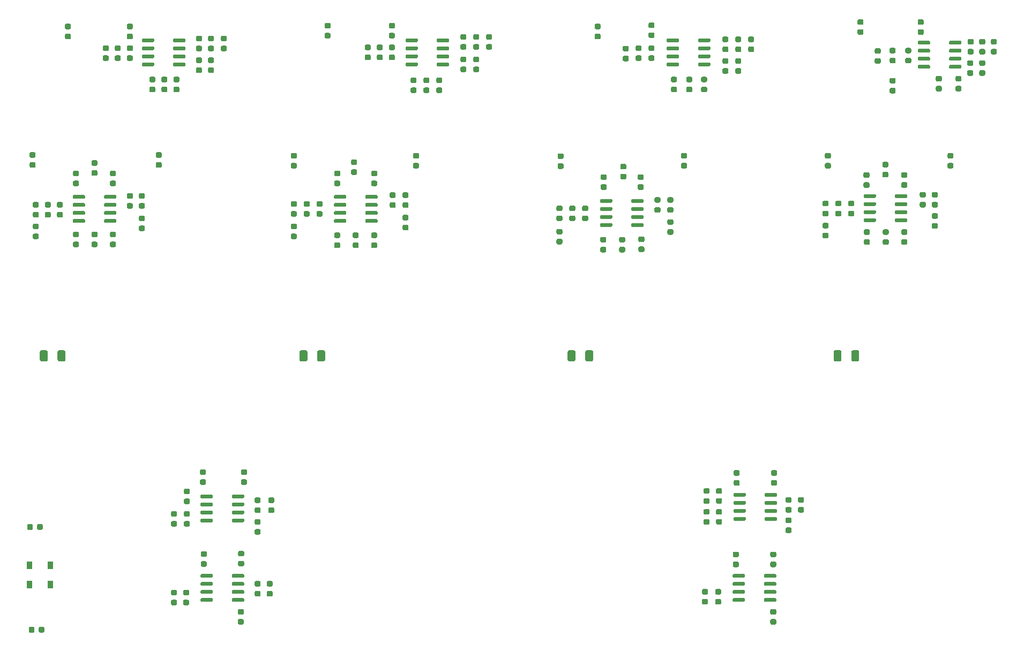
<source format=gbp>
G04 #@! TF.GenerationSoftware,KiCad,Pcbnew,(5.1.6-0-10_14)*
G04 #@! TF.CreationDate,2022-03-04T17:45:04+00:00*
G04 #@! TF.ProjectId,Quad Tube VCA,51756164-2054-4756-9265-205643412e6b,rev?*
G04 #@! TF.SameCoordinates,Original*
G04 #@! TF.FileFunction,Paste,Bot*
G04 #@! TF.FilePolarity,Positive*
%FSLAX46Y46*%
G04 Gerber Fmt 4.6, Leading zero omitted, Abs format (unit mm)*
G04 Created by KiCad (PCBNEW (5.1.6-0-10_14)) date 2022-03-04 17:45:04*
%MOMM*%
%LPD*%
G01*
G04 APERTURE LIST*
%ADD10R,0.900000X1.200000*%
G04 APERTURE END LIST*
G36*
G01*
X203123500Y-98435000D02*
X203123500Y-99685000D01*
G75*
G02*
X202873500Y-99935000I-250000J0D01*
G01*
X202123500Y-99935000D01*
G75*
G02*
X201873500Y-99685000I0J250000D01*
G01*
X201873500Y-98435000D01*
G75*
G02*
X202123500Y-98185000I250000J0D01*
G01*
X202873500Y-98185000D01*
G75*
G02*
X203123500Y-98435000I0J-250000D01*
G01*
G37*
G36*
G01*
X205923500Y-98435000D02*
X205923500Y-99685000D01*
G75*
G02*
X205673500Y-99935000I-250000J0D01*
G01*
X204923500Y-99935000D01*
G75*
G02*
X204673500Y-99685000I0J250000D01*
G01*
X204673500Y-98435000D01*
G75*
G02*
X204923500Y-98185000I250000J0D01*
G01*
X205673500Y-98185000D01*
G75*
G02*
X205923500Y-98435000I0J-250000D01*
G01*
G37*
G36*
G01*
X161086500Y-98435000D02*
X161086500Y-99685000D01*
G75*
G02*
X160836500Y-99935000I-250000J0D01*
G01*
X160086500Y-99935000D01*
G75*
G02*
X159836500Y-99685000I0J250000D01*
G01*
X159836500Y-98435000D01*
G75*
G02*
X160086500Y-98185000I250000J0D01*
G01*
X160836500Y-98185000D01*
G75*
G02*
X161086500Y-98435000I0J-250000D01*
G01*
G37*
G36*
G01*
X163886500Y-98435000D02*
X163886500Y-99685000D01*
G75*
G02*
X163636500Y-99935000I-250000J0D01*
G01*
X162886500Y-99935000D01*
G75*
G02*
X162636500Y-99685000I0J250000D01*
G01*
X162636500Y-98435000D01*
G75*
G02*
X162886500Y-98185000I250000J0D01*
G01*
X163636500Y-98185000D01*
G75*
G02*
X163886500Y-98435000I0J-250000D01*
G01*
G37*
G36*
G01*
X118732000Y-98435000D02*
X118732000Y-99685000D01*
G75*
G02*
X118482000Y-99935000I-250000J0D01*
G01*
X117732000Y-99935000D01*
G75*
G02*
X117482000Y-99685000I0J250000D01*
G01*
X117482000Y-98435000D01*
G75*
G02*
X117732000Y-98185000I250000J0D01*
G01*
X118482000Y-98185000D01*
G75*
G02*
X118732000Y-98435000I0J-250000D01*
G01*
G37*
G36*
G01*
X121532000Y-98435000D02*
X121532000Y-99685000D01*
G75*
G02*
X121282000Y-99935000I-250000J0D01*
G01*
X120532000Y-99935000D01*
G75*
G02*
X120282000Y-99685000I0J250000D01*
G01*
X120282000Y-98435000D01*
G75*
G02*
X120532000Y-98185000I250000J0D01*
G01*
X121282000Y-98185000D01*
G75*
G02*
X121532000Y-98435000I0J-250000D01*
G01*
G37*
G36*
G01*
X77711000Y-98435000D02*
X77711000Y-99685000D01*
G75*
G02*
X77461000Y-99935000I-250000J0D01*
G01*
X76711000Y-99935000D01*
G75*
G02*
X76461000Y-99685000I0J250000D01*
G01*
X76461000Y-98435000D01*
G75*
G02*
X76711000Y-98185000I250000J0D01*
G01*
X77461000Y-98185000D01*
G75*
G02*
X77711000Y-98435000I0J-250000D01*
G01*
G37*
G36*
G01*
X80511000Y-98435000D02*
X80511000Y-99685000D01*
G75*
G02*
X80261000Y-99935000I-250000J0D01*
G01*
X79511000Y-99935000D01*
G75*
G02*
X79261000Y-99685000I0J250000D01*
G01*
X79261000Y-98435000D01*
G75*
G02*
X79511000Y-98185000I250000J0D01*
G01*
X80261000Y-98185000D01*
G75*
G02*
X80511000Y-98435000I0J-250000D01*
G01*
G37*
G36*
G01*
X190857000Y-137818000D02*
X190857000Y-137518000D01*
G75*
G02*
X191007000Y-137368000I150000J0D01*
G01*
X192657000Y-137368000D01*
G75*
G02*
X192807000Y-137518000I0J-150000D01*
G01*
X192807000Y-137818000D01*
G75*
G02*
X192657000Y-137968000I-150000J0D01*
G01*
X191007000Y-137968000D01*
G75*
G02*
X190857000Y-137818000I0J150000D01*
G01*
G37*
G36*
G01*
X190857000Y-136548000D02*
X190857000Y-136248000D01*
G75*
G02*
X191007000Y-136098000I150000J0D01*
G01*
X192657000Y-136098000D01*
G75*
G02*
X192807000Y-136248000I0J-150000D01*
G01*
X192807000Y-136548000D01*
G75*
G02*
X192657000Y-136698000I-150000J0D01*
G01*
X191007000Y-136698000D01*
G75*
G02*
X190857000Y-136548000I0J150000D01*
G01*
G37*
G36*
G01*
X190857000Y-135278000D02*
X190857000Y-134978000D01*
G75*
G02*
X191007000Y-134828000I150000J0D01*
G01*
X192657000Y-134828000D01*
G75*
G02*
X192807000Y-134978000I0J-150000D01*
G01*
X192807000Y-135278000D01*
G75*
G02*
X192657000Y-135428000I-150000J0D01*
G01*
X191007000Y-135428000D01*
G75*
G02*
X190857000Y-135278000I0J150000D01*
G01*
G37*
G36*
G01*
X190857000Y-134008000D02*
X190857000Y-133708000D01*
G75*
G02*
X191007000Y-133558000I150000J0D01*
G01*
X192657000Y-133558000D01*
G75*
G02*
X192807000Y-133708000I0J-150000D01*
G01*
X192807000Y-134008000D01*
G75*
G02*
X192657000Y-134158000I-150000J0D01*
G01*
X191007000Y-134158000D01*
G75*
G02*
X190857000Y-134008000I0J150000D01*
G01*
G37*
G36*
G01*
X185907000Y-134008000D02*
X185907000Y-133708000D01*
G75*
G02*
X186057000Y-133558000I150000J0D01*
G01*
X187707000Y-133558000D01*
G75*
G02*
X187857000Y-133708000I0J-150000D01*
G01*
X187857000Y-134008000D01*
G75*
G02*
X187707000Y-134158000I-150000J0D01*
G01*
X186057000Y-134158000D01*
G75*
G02*
X185907000Y-134008000I0J150000D01*
G01*
G37*
G36*
G01*
X185907000Y-135278000D02*
X185907000Y-134978000D01*
G75*
G02*
X186057000Y-134828000I150000J0D01*
G01*
X187707000Y-134828000D01*
G75*
G02*
X187857000Y-134978000I0J-150000D01*
G01*
X187857000Y-135278000D01*
G75*
G02*
X187707000Y-135428000I-150000J0D01*
G01*
X186057000Y-135428000D01*
G75*
G02*
X185907000Y-135278000I0J150000D01*
G01*
G37*
G36*
G01*
X185907000Y-136548000D02*
X185907000Y-136248000D01*
G75*
G02*
X186057000Y-136098000I150000J0D01*
G01*
X187707000Y-136098000D01*
G75*
G02*
X187857000Y-136248000I0J-150000D01*
G01*
X187857000Y-136548000D01*
G75*
G02*
X187707000Y-136698000I-150000J0D01*
G01*
X186057000Y-136698000D01*
G75*
G02*
X185907000Y-136548000I0J150000D01*
G01*
G37*
G36*
G01*
X185907000Y-137818000D02*
X185907000Y-137518000D01*
G75*
G02*
X186057000Y-137368000I150000J0D01*
G01*
X187707000Y-137368000D01*
G75*
G02*
X187857000Y-137518000I0J-150000D01*
G01*
X187857000Y-137818000D01*
G75*
G02*
X187707000Y-137968000I-150000J0D01*
G01*
X186057000Y-137968000D01*
G75*
G02*
X185907000Y-137818000I0J150000D01*
G01*
G37*
G36*
G01*
X106783000Y-137818000D02*
X106783000Y-137518000D01*
G75*
G02*
X106933000Y-137368000I150000J0D01*
G01*
X108583000Y-137368000D01*
G75*
G02*
X108733000Y-137518000I0J-150000D01*
G01*
X108733000Y-137818000D01*
G75*
G02*
X108583000Y-137968000I-150000J0D01*
G01*
X106933000Y-137968000D01*
G75*
G02*
X106783000Y-137818000I0J150000D01*
G01*
G37*
G36*
G01*
X106783000Y-136548000D02*
X106783000Y-136248000D01*
G75*
G02*
X106933000Y-136098000I150000J0D01*
G01*
X108583000Y-136098000D01*
G75*
G02*
X108733000Y-136248000I0J-150000D01*
G01*
X108733000Y-136548000D01*
G75*
G02*
X108583000Y-136698000I-150000J0D01*
G01*
X106933000Y-136698000D01*
G75*
G02*
X106783000Y-136548000I0J150000D01*
G01*
G37*
G36*
G01*
X106783000Y-135278000D02*
X106783000Y-134978000D01*
G75*
G02*
X106933000Y-134828000I150000J0D01*
G01*
X108583000Y-134828000D01*
G75*
G02*
X108733000Y-134978000I0J-150000D01*
G01*
X108733000Y-135278000D01*
G75*
G02*
X108583000Y-135428000I-150000J0D01*
G01*
X106933000Y-135428000D01*
G75*
G02*
X106783000Y-135278000I0J150000D01*
G01*
G37*
G36*
G01*
X106783000Y-134008000D02*
X106783000Y-133708000D01*
G75*
G02*
X106933000Y-133558000I150000J0D01*
G01*
X108583000Y-133558000D01*
G75*
G02*
X108733000Y-133708000I0J-150000D01*
G01*
X108733000Y-134008000D01*
G75*
G02*
X108583000Y-134158000I-150000J0D01*
G01*
X106933000Y-134158000D01*
G75*
G02*
X106783000Y-134008000I0J150000D01*
G01*
G37*
G36*
G01*
X101833000Y-134008000D02*
X101833000Y-133708000D01*
G75*
G02*
X101983000Y-133558000I150000J0D01*
G01*
X103633000Y-133558000D01*
G75*
G02*
X103783000Y-133708000I0J-150000D01*
G01*
X103783000Y-134008000D01*
G75*
G02*
X103633000Y-134158000I-150000J0D01*
G01*
X101983000Y-134158000D01*
G75*
G02*
X101833000Y-134008000I0J150000D01*
G01*
G37*
G36*
G01*
X101833000Y-135278000D02*
X101833000Y-134978000D01*
G75*
G02*
X101983000Y-134828000I150000J0D01*
G01*
X103633000Y-134828000D01*
G75*
G02*
X103783000Y-134978000I0J-150000D01*
G01*
X103783000Y-135278000D01*
G75*
G02*
X103633000Y-135428000I-150000J0D01*
G01*
X101983000Y-135428000D01*
G75*
G02*
X101833000Y-135278000I0J150000D01*
G01*
G37*
G36*
G01*
X101833000Y-136548000D02*
X101833000Y-136248000D01*
G75*
G02*
X101983000Y-136098000I150000J0D01*
G01*
X103633000Y-136098000D01*
G75*
G02*
X103783000Y-136248000I0J-150000D01*
G01*
X103783000Y-136548000D01*
G75*
G02*
X103633000Y-136698000I-150000J0D01*
G01*
X101983000Y-136698000D01*
G75*
G02*
X101833000Y-136548000I0J150000D01*
G01*
G37*
G36*
G01*
X101833000Y-137818000D02*
X101833000Y-137518000D01*
G75*
G02*
X101983000Y-137368000I150000J0D01*
G01*
X103633000Y-137368000D01*
G75*
G02*
X103783000Y-137518000I0J-150000D01*
G01*
X103783000Y-137818000D01*
G75*
G02*
X103633000Y-137968000I-150000J0D01*
G01*
X101983000Y-137968000D01*
G75*
G02*
X101833000Y-137818000I0J150000D01*
G01*
G37*
G36*
G01*
X217130500Y-49380000D02*
X217130500Y-49680000D01*
G75*
G02*
X216980500Y-49830000I-150000J0D01*
G01*
X215330500Y-49830000D01*
G75*
G02*
X215180500Y-49680000I0J150000D01*
G01*
X215180500Y-49380000D01*
G75*
G02*
X215330500Y-49230000I150000J0D01*
G01*
X216980500Y-49230000D01*
G75*
G02*
X217130500Y-49380000I0J-150000D01*
G01*
G37*
G36*
G01*
X217130500Y-50650000D02*
X217130500Y-50950000D01*
G75*
G02*
X216980500Y-51100000I-150000J0D01*
G01*
X215330500Y-51100000D01*
G75*
G02*
X215180500Y-50950000I0J150000D01*
G01*
X215180500Y-50650000D01*
G75*
G02*
X215330500Y-50500000I150000J0D01*
G01*
X216980500Y-50500000D01*
G75*
G02*
X217130500Y-50650000I0J-150000D01*
G01*
G37*
G36*
G01*
X217130500Y-51920000D02*
X217130500Y-52220000D01*
G75*
G02*
X216980500Y-52370000I-150000J0D01*
G01*
X215330500Y-52370000D01*
G75*
G02*
X215180500Y-52220000I0J150000D01*
G01*
X215180500Y-51920000D01*
G75*
G02*
X215330500Y-51770000I150000J0D01*
G01*
X216980500Y-51770000D01*
G75*
G02*
X217130500Y-51920000I0J-150000D01*
G01*
G37*
G36*
G01*
X217130500Y-53190000D02*
X217130500Y-53490000D01*
G75*
G02*
X216980500Y-53640000I-150000J0D01*
G01*
X215330500Y-53640000D01*
G75*
G02*
X215180500Y-53490000I0J150000D01*
G01*
X215180500Y-53190000D01*
G75*
G02*
X215330500Y-53040000I150000J0D01*
G01*
X216980500Y-53040000D01*
G75*
G02*
X217130500Y-53190000I0J-150000D01*
G01*
G37*
G36*
G01*
X222080500Y-53190000D02*
X222080500Y-53490000D01*
G75*
G02*
X221930500Y-53640000I-150000J0D01*
G01*
X220280500Y-53640000D01*
G75*
G02*
X220130500Y-53490000I0J150000D01*
G01*
X220130500Y-53190000D01*
G75*
G02*
X220280500Y-53040000I150000J0D01*
G01*
X221930500Y-53040000D01*
G75*
G02*
X222080500Y-53190000I0J-150000D01*
G01*
G37*
G36*
G01*
X222080500Y-51920000D02*
X222080500Y-52220000D01*
G75*
G02*
X221930500Y-52370000I-150000J0D01*
G01*
X220280500Y-52370000D01*
G75*
G02*
X220130500Y-52220000I0J150000D01*
G01*
X220130500Y-51920000D01*
G75*
G02*
X220280500Y-51770000I150000J0D01*
G01*
X221930500Y-51770000D01*
G75*
G02*
X222080500Y-51920000I0J-150000D01*
G01*
G37*
G36*
G01*
X222080500Y-50650000D02*
X222080500Y-50950000D01*
G75*
G02*
X221930500Y-51100000I-150000J0D01*
G01*
X220280500Y-51100000D01*
G75*
G02*
X220130500Y-50950000I0J150000D01*
G01*
X220130500Y-50650000D01*
G75*
G02*
X220280500Y-50500000I150000J0D01*
G01*
X221930500Y-50500000D01*
G75*
G02*
X222080500Y-50650000I0J-150000D01*
G01*
G37*
G36*
G01*
X222080500Y-49380000D02*
X222080500Y-49680000D01*
G75*
G02*
X221930500Y-49830000I-150000J0D01*
G01*
X220280500Y-49830000D01*
G75*
G02*
X220130500Y-49680000I0J150000D01*
G01*
X220130500Y-49380000D01*
G75*
G02*
X220280500Y-49230000I150000J0D01*
G01*
X221930500Y-49230000D01*
G75*
G02*
X222080500Y-49380000I0J-150000D01*
G01*
G37*
G36*
G01*
X190984000Y-124991000D02*
X190984000Y-124691000D01*
G75*
G02*
X191134000Y-124541000I150000J0D01*
G01*
X192784000Y-124541000D01*
G75*
G02*
X192934000Y-124691000I0J-150000D01*
G01*
X192934000Y-124991000D01*
G75*
G02*
X192784000Y-125141000I-150000J0D01*
G01*
X191134000Y-125141000D01*
G75*
G02*
X190984000Y-124991000I0J150000D01*
G01*
G37*
G36*
G01*
X190984000Y-123721000D02*
X190984000Y-123421000D01*
G75*
G02*
X191134000Y-123271000I150000J0D01*
G01*
X192784000Y-123271000D01*
G75*
G02*
X192934000Y-123421000I0J-150000D01*
G01*
X192934000Y-123721000D01*
G75*
G02*
X192784000Y-123871000I-150000J0D01*
G01*
X191134000Y-123871000D01*
G75*
G02*
X190984000Y-123721000I0J150000D01*
G01*
G37*
G36*
G01*
X190984000Y-122451000D02*
X190984000Y-122151000D01*
G75*
G02*
X191134000Y-122001000I150000J0D01*
G01*
X192784000Y-122001000D01*
G75*
G02*
X192934000Y-122151000I0J-150000D01*
G01*
X192934000Y-122451000D01*
G75*
G02*
X192784000Y-122601000I-150000J0D01*
G01*
X191134000Y-122601000D01*
G75*
G02*
X190984000Y-122451000I0J150000D01*
G01*
G37*
G36*
G01*
X190984000Y-121181000D02*
X190984000Y-120881000D01*
G75*
G02*
X191134000Y-120731000I150000J0D01*
G01*
X192784000Y-120731000D01*
G75*
G02*
X192934000Y-120881000I0J-150000D01*
G01*
X192934000Y-121181000D01*
G75*
G02*
X192784000Y-121331000I-150000J0D01*
G01*
X191134000Y-121331000D01*
G75*
G02*
X190984000Y-121181000I0J150000D01*
G01*
G37*
G36*
G01*
X186034000Y-121181000D02*
X186034000Y-120881000D01*
G75*
G02*
X186184000Y-120731000I150000J0D01*
G01*
X187834000Y-120731000D01*
G75*
G02*
X187984000Y-120881000I0J-150000D01*
G01*
X187984000Y-121181000D01*
G75*
G02*
X187834000Y-121331000I-150000J0D01*
G01*
X186184000Y-121331000D01*
G75*
G02*
X186034000Y-121181000I0J150000D01*
G01*
G37*
G36*
G01*
X186034000Y-122451000D02*
X186034000Y-122151000D01*
G75*
G02*
X186184000Y-122001000I150000J0D01*
G01*
X187834000Y-122001000D01*
G75*
G02*
X187984000Y-122151000I0J-150000D01*
G01*
X187984000Y-122451000D01*
G75*
G02*
X187834000Y-122601000I-150000J0D01*
G01*
X186184000Y-122601000D01*
G75*
G02*
X186034000Y-122451000I0J150000D01*
G01*
G37*
G36*
G01*
X186034000Y-123721000D02*
X186034000Y-123421000D01*
G75*
G02*
X186184000Y-123271000I150000J0D01*
G01*
X187834000Y-123271000D01*
G75*
G02*
X187984000Y-123421000I0J-150000D01*
G01*
X187984000Y-123721000D01*
G75*
G02*
X187834000Y-123871000I-150000J0D01*
G01*
X186184000Y-123871000D01*
G75*
G02*
X186034000Y-123721000I0J150000D01*
G01*
G37*
G36*
G01*
X186034000Y-124991000D02*
X186034000Y-124691000D01*
G75*
G02*
X186184000Y-124541000I150000J0D01*
G01*
X187834000Y-124541000D01*
G75*
G02*
X187984000Y-124691000I0J-150000D01*
G01*
X187984000Y-124991000D01*
G75*
G02*
X187834000Y-125141000I-150000J0D01*
G01*
X186184000Y-125141000D01*
G75*
G02*
X186034000Y-124991000I0J150000D01*
G01*
G37*
G36*
G01*
X177443000Y-48999000D02*
X177443000Y-49299000D01*
G75*
G02*
X177293000Y-49449000I-150000J0D01*
G01*
X175643000Y-49449000D01*
G75*
G02*
X175493000Y-49299000I0J150000D01*
G01*
X175493000Y-48999000D01*
G75*
G02*
X175643000Y-48849000I150000J0D01*
G01*
X177293000Y-48849000D01*
G75*
G02*
X177443000Y-48999000I0J-150000D01*
G01*
G37*
G36*
G01*
X177443000Y-50269000D02*
X177443000Y-50569000D01*
G75*
G02*
X177293000Y-50719000I-150000J0D01*
G01*
X175643000Y-50719000D01*
G75*
G02*
X175493000Y-50569000I0J150000D01*
G01*
X175493000Y-50269000D01*
G75*
G02*
X175643000Y-50119000I150000J0D01*
G01*
X177293000Y-50119000D01*
G75*
G02*
X177443000Y-50269000I0J-150000D01*
G01*
G37*
G36*
G01*
X177443000Y-51539000D02*
X177443000Y-51839000D01*
G75*
G02*
X177293000Y-51989000I-150000J0D01*
G01*
X175643000Y-51989000D01*
G75*
G02*
X175493000Y-51839000I0J150000D01*
G01*
X175493000Y-51539000D01*
G75*
G02*
X175643000Y-51389000I150000J0D01*
G01*
X177293000Y-51389000D01*
G75*
G02*
X177443000Y-51539000I0J-150000D01*
G01*
G37*
G36*
G01*
X177443000Y-52809000D02*
X177443000Y-53109000D01*
G75*
G02*
X177293000Y-53259000I-150000J0D01*
G01*
X175643000Y-53259000D01*
G75*
G02*
X175493000Y-53109000I0J150000D01*
G01*
X175493000Y-52809000D01*
G75*
G02*
X175643000Y-52659000I150000J0D01*
G01*
X177293000Y-52659000D01*
G75*
G02*
X177443000Y-52809000I0J-150000D01*
G01*
G37*
G36*
G01*
X182393000Y-52809000D02*
X182393000Y-53109000D01*
G75*
G02*
X182243000Y-53259000I-150000J0D01*
G01*
X180593000Y-53259000D01*
G75*
G02*
X180443000Y-53109000I0J150000D01*
G01*
X180443000Y-52809000D01*
G75*
G02*
X180593000Y-52659000I150000J0D01*
G01*
X182243000Y-52659000D01*
G75*
G02*
X182393000Y-52809000I0J-150000D01*
G01*
G37*
G36*
G01*
X182393000Y-51539000D02*
X182393000Y-51839000D01*
G75*
G02*
X182243000Y-51989000I-150000J0D01*
G01*
X180593000Y-51989000D01*
G75*
G02*
X180443000Y-51839000I0J150000D01*
G01*
X180443000Y-51539000D01*
G75*
G02*
X180593000Y-51389000I150000J0D01*
G01*
X182243000Y-51389000D01*
G75*
G02*
X182393000Y-51539000I0J-150000D01*
G01*
G37*
G36*
G01*
X182393000Y-50269000D02*
X182393000Y-50569000D01*
G75*
G02*
X182243000Y-50719000I-150000J0D01*
G01*
X180593000Y-50719000D01*
G75*
G02*
X180443000Y-50569000I0J150000D01*
G01*
X180443000Y-50269000D01*
G75*
G02*
X180593000Y-50119000I150000J0D01*
G01*
X182243000Y-50119000D01*
G75*
G02*
X182393000Y-50269000I0J-150000D01*
G01*
G37*
G36*
G01*
X182393000Y-48999000D02*
X182393000Y-49299000D01*
G75*
G02*
X182243000Y-49449000I-150000J0D01*
G01*
X180593000Y-49449000D01*
G75*
G02*
X180443000Y-49299000I0J150000D01*
G01*
X180443000Y-48999000D01*
G75*
G02*
X180593000Y-48849000I150000J0D01*
G01*
X182243000Y-48849000D01*
G75*
G02*
X182393000Y-48999000I0J-150000D01*
G01*
G37*
G36*
G01*
X136168000Y-48999000D02*
X136168000Y-49299000D01*
G75*
G02*
X136018000Y-49449000I-150000J0D01*
G01*
X134368000Y-49449000D01*
G75*
G02*
X134218000Y-49299000I0J150000D01*
G01*
X134218000Y-48999000D01*
G75*
G02*
X134368000Y-48849000I150000J0D01*
G01*
X136018000Y-48849000D01*
G75*
G02*
X136168000Y-48999000I0J-150000D01*
G01*
G37*
G36*
G01*
X136168000Y-50269000D02*
X136168000Y-50569000D01*
G75*
G02*
X136018000Y-50719000I-150000J0D01*
G01*
X134368000Y-50719000D01*
G75*
G02*
X134218000Y-50569000I0J150000D01*
G01*
X134218000Y-50269000D01*
G75*
G02*
X134368000Y-50119000I150000J0D01*
G01*
X136018000Y-50119000D01*
G75*
G02*
X136168000Y-50269000I0J-150000D01*
G01*
G37*
G36*
G01*
X136168000Y-51539000D02*
X136168000Y-51839000D01*
G75*
G02*
X136018000Y-51989000I-150000J0D01*
G01*
X134368000Y-51989000D01*
G75*
G02*
X134218000Y-51839000I0J150000D01*
G01*
X134218000Y-51539000D01*
G75*
G02*
X134368000Y-51389000I150000J0D01*
G01*
X136018000Y-51389000D01*
G75*
G02*
X136168000Y-51539000I0J-150000D01*
G01*
G37*
G36*
G01*
X136168000Y-52809000D02*
X136168000Y-53109000D01*
G75*
G02*
X136018000Y-53259000I-150000J0D01*
G01*
X134368000Y-53259000D01*
G75*
G02*
X134218000Y-53109000I0J150000D01*
G01*
X134218000Y-52809000D01*
G75*
G02*
X134368000Y-52659000I150000J0D01*
G01*
X136018000Y-52659000D01*
G75*
G02*
X136168000Y-52809000I0J-150000D01*
G01*
G37*
G36*
G01*
X141118000Y-52809000D02*
X141118000Y-53109000D01*
G75*
G02*
X140968000Y-53259000I-150000J0D01*
G01*
X139318000Y-53259000D01*
G75*
G02*
X139168000Y-53109000I0J150000D01*
G01*
X139168000Y-52809000D01*
G75*
G02*
X139318000Y-52659000I150000J0D01*
G01*
X140968000Y-52659000D01*
G75*
G02*
X141118000Y-52809000I0J-150000D01*
G01*
G37*
G36*
G01*
X141118000Y-51539000D02*
X141118000Y-51839000D01*
G75*
G02*
X140968000Y-51989000I-150000J0D01*
G01*
X139318000Y-51989000D01*
G75*
G02*
X139168000Y-51839000I0J150000D01*
G01*
X139168000Y-51539000D01*
G75*
G02*
X139318000Y-51389000I150000J0D01*
G01*
X140968000Y-51389000D01*
G75*
G02*
X141118000Y-51539000I0J-150000D01*
G01*
G37*
G36*
G01*
X141118000Y-50269000D02*
X141118000Y-50569000D01*
G75*
G02*
X140968000Y-50719000I-150000J0D01*
G01*
X139318000Y-50719000D01*
G75*
G02*
X139168000Y-50569000I0J150000D01*
G01*
X139168000Y-50269000D01*
G75*
G02*
X139318000Y-50119000I150000J0D01*
G01*
X140968000Y-50119000D01*
G75*
G02*
X141118000Y-50269000I0J-150000D01*
G01*
G37*
G36*
G01*
X141118000Y-48999000D02*
X141118000Y-49299000D01*
G75*
G02*
X140968000Y-49449000I-150000J0D01*
G01*
X139318000Y-49449000D01*
G75*
G02*
X139168000Y-49299000I0J150000D01*
G01*
X139168000Y-48999000D01*
G75*
G02*
X139318000Y-48849000I150000J0D01*
G01*
X140968000Y-48849000D01*
G75*
G02*
X141118000Y-48999000I0J-150000D01*
G01*
G37*
G36*
G01*
X106783000Y-125245000D02*
X106783000Y-124945000D01*
G75*
G02*
X106933000Y-124795000I150000J0D01*
G01*
X108583000Y-124795000D01*
G75*
G02*
X108733000Y-124945000I0J-150000D01*
G01*
X108733000Y-125245000D01*
G75*
G02*
X108583000Y-125395000I-150000J0D01*
G01*
X106933000Y-125395000D01*
G75*
G02*
X106783000Y-125245000I0J150000D01*
G01*
G37*
G36*
G01*
X106783000Y-123975000D02*
X106783000Y-123675000D01*
G75*
G02*
X106933000Y-123525000I150000J0D01*
G01*
X108583000Y-123525000D01*
G75*
G02*
X108733000Y-123675000I0J-150000D01*
G01*
X108733000Y-123975000D01*
G75*
G02*
X108583000Y-124125000I-150000J0D01*
G01*
X106933000Y-124125000D01*
G75*
G02*
X106783000Y-123975000I0J150000D01*
G01*
G37*
G36*
G01*
X106783000Y-122705000D02*
X106783000Y-122405000D01*
G75*
G02*
X106933000Y-122255000I150000J0D01*
G01*
X108583000Y-122255000D01*
G75*
G02*
X108733000Y-122405000I0J-150000D01*
G01*
X108733000Y-122705000D01*
G75*
G02*
X108583000Y-122855000I-150000J0D01*
G01*
X106933000Y-122855000D01*
G75*
G02*
X106783000Y-122705000I0J150000D01*
G01*
G37*
G36*
G01*
X106783000Y-121435000D02*
X106783000Y-121135000D01*
G75*
G02*
X106933000Y-120985000I150000J0D01*
G01*
X108583000Y-120985000D01*
G75*
G02*
X108733000Y-121135000I0J-150000D01*
G01*
X108733000Y-121435000D01*
G75*
G02*
X108583000Y-121585000I-150000J0D01*
G01*
X106933000Y-121585000D01*
G75*
G02*
X106783000Y-121435000I0J150000D01*
G01*
G37*
G36*
G01*
X101833000Y-121435000D02*
X101833000Y-121135000D01*
G75*
G02*
X101983000Y-120985000I150000J0D01*
G01*
X103633000Y-120985000D01*
G75*
G02*
X103783000Y-121135000I0J-150000D01*
G01*
X103783000Y-121435000D01*
G75*
G02*
X103633000Y-121585000I-150000J0D01*
G01*
X101983000Y-121585000D01*
G75*
G02*
X101833000Y-121435000I0J150000D01*
G01*
G37*
G36*
G01*
X101833000Y-122705000D02*
X101833000Y-122405000D01*
G75*
G02*
X101983000Y-122255000I150000J0D01*
G01*
X103633000Y-122255000D01*
G75*
G02*
X103783000Y-122405000I0J-150000D01*
G01*
X103783000Y-122705000D01*
G75*
G02*
X103633000Y-122855000I-150000J0D01*
G01*
X101983000Y-122855000D01*
G75*
G02*
X101833000Y-122705000I0J150000D01*
G01*
G37*
G36*
G01*
X101833000Y-123975000D02*
X101833000Y-123675000D01*
G75*
G02*
X101983000Y-123525000I150000J0D01*
G01*
X103633000Y-123525000D01*
G75*
G02*
X103783000Y-123675000I0J-150000D01*
G01*
X103783000Y-123975000D01*
G75*
G02*
X103633000Y-124125000I-150000J0D01*
G01*
X101983000Y-124125000D01*
G75*
G02*
X101833000Y-123975000I0J150000D01*
G01*
G37*
G36*
G01*
X101833000Y-125245000D02*
X101833000Y-124945000D01*
G75*
G02*
X101983000Y-124795000I150000J0D01*
G01*
X103633000Y-124795000D01*
G75*
G02*
X103783000Y-124945000I0J-150000D01*
G01*
X103783000Y-125245000D01*
G75*
G02*
X103633000Y-125395000I-150000J0D01*
G01*
X101983000Y-125395000D01*
G75*
G02*
X101833000Y-125245000I0J150000D01*
G01*
G37*
G36*
G01*
X94512000Y-48999000D02*
X94512000Y-49299000D01*
G75*
G02*
X94362000Y-49449000I-150000J0D01*
G01*
X92712000Y-49449000D01*
G75*
G02*
X92562000Y-49299000I0J150000D01*
G01*
X92562000Y-48999000D01*
G75*
G02*
X92712000Y-48849000I150000J0D01*
G01*
X94362000Y-48849000D01*
G75*
G02*
X94512000Y-48999000I0J-150000D01*
G01*
G37*
G36*
G01*
X94512000Y-50269000D02*
X94512000Y-50569000D01*
G75*
G02*
X94362000Y-50719000I-150000J0D01*
G01*
X92712000Y-50719000D01*
G75*
G02*
X92562000Y-50569000I0J150000D01*
G01*
X92562000Y-50269000D01*
G75*
G02*
X92712000Y-50119000I150000J0D01*
G01*
X94362000Y-50119000D01*
G75*
G02*
X94512000Y-50269000I0J-150000D01*
G01*
G37*
G36*
G01*
X94512000Y-51539000D02*
X94512000Y-51839000D01*
G75*
G02*
X94362000Y-51989000I-150000J0D01*
G01*
X92712000Y-51989000D01*
G75*
G02*
X92562000Y-51839000I0J150000D01*
G01*
X92562000Y-51539000D01*
G75*
G02*
X92712000Y-51389000I150000J0D01*
G01*
X94362000Y-51389000D01*
G75*
G02*
X94512000Y-51539000I0J-150000D01*
G01*
G37*
G36*
G01*
X94512000Y-52809000D02*
X94512000Y-53109000D01*
G75*
G02*
X94362000Y-53259000I-150000J0D01*
G01*
X92712000Y-53259000D01*
G75*
G02*
X92562000Y-53109000I0J150000D01*
G01*
X92562000Y-52809000D01*
G75*
G02*
X92712000Y-52659000I150000J0D01*
G01*
X94362000Y-52659000D01*
G75*
G02*
X94512000Y-52809000I0J-150000D01*
G01*
G37*
G36*
G01*
X99462000Y-52809000D02*
X99462000Y-53109000D01*
G75*
G02*
X99312000Y-53259000I-150000J0D01*
G01*
X97662000Y-53259000D01*
G75*
G02*
X97512000Y-53109000I0J150000D01*
G01*
X97512000Y-52809000D01*
G75*
G02*
X97662000Y-52659000I150000J0D01*
G01*
X99312000Y-52659000D01*
G75*
G02*
X99462000Y-52809000I0J-150000D01*
G01*
G37*
G36*
G01*
X99462000Y-51539000D02*
X99462000Y-51839000D01*
G75*
G02*
X99312000Y-51989000I-150000J0D01*
G01*
X97662000Y-51989000D01*
G75*
G02*
X97512000Y-51839000I0J150000D01*
G01*
X97512000Y-51539000D01*
G75*
G02*
X97662000Y-51389000I150000J0D01*
G01*
X99312000Y-51389000D01*
G75*
G02*
X99462000Y-51539000I0J-150000D01*
G01*
G37*
G36*
G01*
X99462000Y-50269000D02*
X99462000Y-50569000D01*
G75*
G02*
X99312000Y-50719000I-150000J0D01*
G01*
X97662000Y-50719000D01*
G75*
G02*
X97512000Y-50569000I0J150000D01*
G01*
X97512000Y-50269000D01*
G75*
G02*
X97662000Y-50119000I150000J0D01*
G01*
X99312000Y-50119000D01*
G75*
G02*
X99462000Y-50269000I0J-150000D01*
G01*
G37*
G36*
G01*
X99462000Y-48999000D02*
X99462000Y-49299000D01*
G75*
G02*
X99312000Y-49449000I-150000J0D01*
G01*
X97662000Y-49449000D01*
G75*
G02*
X97512000Y-49299000I0J150000D01*
G01*
X97512000Y-48999000D01*
G75*
G02*
X97662000Y-48849000I150000J0D01*
G01*
X99312000Y-48849000D01*
G75*
G02*
X99462000Y-48999000I0J-150000D01*
G01*
G37*
G36*
G01*
X186179750Y-131604500D02*
X186692250Y-131604500D01*
G75*
G02*
X186911000Y-131823250I0J-218750D01*
G01*
X186911000Y-132260750D01*
G75*
G02*
X186692250Y-132479500I-218750J0D01*
G01*
X186179750Y-132479500D01*
G75*
G02*
X185961000Y-132260750I0J218750D01*
G01*
X185961000Y-131823250D01*
G75*
G02*
X186179750Y-131604500I218750J0D01*
G01*
G37*
G36*
G01*
X186179750Y-130029500D02*
X186692250Y-130029500D01*
G75*
G02*
X186911000Y-130248250I0J-218750D01*
G01*
X186911000Y-130685750D01*
G75*
G02*
X186692250Y-130904500I-218750J0D01*
G01*
X186179750Y-130904500D01*
G75*
G02*
X185961000Y-130685750I0J218750D01*
G01*
X185961000Y-130248250D01*
G75*
G02*
X186179750Y-130029500I218750J0D01*
G01*
G37*
G36*
G01*
X192085250Y-140685000D02*
X192597750Y-140685000D01*
G75*
G02*
X192816500Y-140903750I0J-218750D01*
G01*
X192816500Y-141341250D01*
G75*
G02*
X192597750Y-141560000I-218750J0D01*
G01*
X192085250Y-141560000D01*
G75*
G02*
X191866500Y-141341250I0J218750D01*
G01*
X191866500Y-140903750D01*
G75*
G02*
X192085250Y-140685000I218750J0D01*
G01*
G37*
G36*
G01*
X192085250Y-139110000D02*
X192597750Y-139110000D01*
G75*
G02*
X192816500Y-139328750I0J-218750D01*
G01*
X192816500Y-139766250D01*
G75*
G02*
X192597750Y-139985000I-218750J0D01*
G01*
X192085250Y-139985000D01*
G75*
G02*
X191866500Y-139766250I0J218750D01*
G01*
X191866500Y-139328750D01*
G75*
G02*
X192085250Y-139110000I218750J0D01*
G01*
G37*
G36*
G01*
X102105750Y-131541000D02*
X102618250Y-131541000D01*
G75*
G02*
X102837000Y-131759750I0J-218750D01*
G01*
X102837000Y-132197250D01*
G75*
G02*
X102618250Y-132416000I-218750J0D01*
G01*
X102105750Y-132416000D01*
G75*
G02*
X101887000Y-132197250I0J218750D01*
G01*
X101887000Y-131759750D01*
G75*
G02*
X102105750Y-131541000I218750J0D01*
G01*
G37*
G36*
G01*
X102105750Y-129966000D02*
X102618250Y-129966000D01*
G75*
G02*
X102837000Y-130184750I0J-218750D01*
G01*
X102837000Y-130622250D01*
G75*
G02*
X102618250Y-130841000I-218750J0D01*
G01*
X102105750Y-130841000D01*
G75*
G02*
X101887000Y-130622250I0J218750D01*
G01*
X101887000Y-130184750D01*
G75*
G02*
X102105750Y-129966000I218750J0D01*
G01*
G37*
G36*
G01*
X107947750Y-140685000D02*
X108460250Y-140685000D01*
G75*
G02*
X108679000Y-140903750I0J-218750D01*
G01*
X108679000Y-141341250D01*
G75*
G02*
X108460250Y-141560000I-218750J0D01*
G01*
X107947750Y-141560000D01*
G75*
G02*
X107729000Y-141341250I0J218750D01*
G01*
X107729000Y-140903750D01*
G75*
G02*
X107947750Y-140685000I218750J0D01*
G01*
G37*
G36*
G01*
X107947750Y-139110000D02*
X108460250Y-139110000D01*
G75*
G02*
X108679000Y-139328750I0J-218750D01*
G01*
X108679000Y-139766250D01*
G75*
G02*
X108460250Y-139985000I-218750J0D01*
G01*
X107947750Y-139985000D01*
G75*
G02*
X107729000Y-139766250I0J218750D01*
G01*
X107729000Y-139328750D01*
G75*
G02*
X107947750Y-139110000I218750J0D01*
G01*
G37*
G36*
G01*
X186306750Y-118714000D02*
X186819250Y-118714000D01*
G75*
G02*
X187038000Y-118932750I0J-218750D01*
G01*
X187038000Y-119370250D01*
G75*
G02*
X186819250Y-119589000I-218750J0D01*
G01*
X186306750Y-119589000D01*
G75*
G02*
X186088000Y-119370250I0J218750D01*
G01*
X186088000Y-118932750D01*
G75*
G02*
X186306750Y-118714000I218750J0D01*
G01*
G37*
G36*
G01*
X186306750Y-117139000D02*
X186819250Y-117139000D01*
G75*
G02*
X187038000Y-117357750I0J-218750D01*
G01*
X187038000Y-117795250D01*
G75*
G02*
X186819250Y-118014000I-218750J0D01*
G01*
X186306750Y-118014000D01*
G75*
G02*
X186088000Y-117795250I0J218750D01*
G01*
X186088000Y-117357750D01*
G75*
G02*
X186306750Y-117139000I218750J0D01*
G01*
G37*
G36*
G01*
X194498250Y-126207000D02*
X195010750Y-126207000D01*
G75*
G02*
X195229500Y-126425750I0J-218750D01*
G01*
X195229500Y-126863250D01*
G75*
G02*
X195010750Y-127082000I-218750J0D01*
G01*
X194498250Y-127082000D01*
G75*
G02*
X194279500Y-126863250I0J218750D01*
G01*
X194279500Y-126425750D01*
G75*
G02*
X194498250Y-126207000I218750J0D01*
G01*
G37*
G36*
G01*
X194498250Y-124632000D02*
X195010750Y-124632000D01*
G75*
G02*
X195229500Y-124850750I0J-218750D01*
G01*
X195229500Y-125288250D01*
G75*
G02*
X195010750Y-125507000I-218750J0D01*
G01*
X194498250Y-125507000D01*
G75*
G02*
X194279500Y-125288250I0J218750D01*
G01*
X194279500Y-124850750D01*
G75*
G02*
X194498250Y-124632000I218750J0D01*
G01*
G37*
G36*
G01*
X101978750Y-118587000D02*
X102491250Y-118587000D01*
G75*
G02*
X102710000Y-118805750I0J-218750D01*
G01*
X102710000Y-119243250D01*
G75*
G02*
X102491250Y-119462000I-218750J0D01*
G01*
X101978750Y-119462000D01*
G75*
G02*
X101760000Y-119243250I0J218750D01*
G01*
X101760000Y-118805750D01*
G75*
G02*
X101978750Y-118587000I218750J0D01*
G01*
G37*
G36*
G01*
X101978750Y-117012000D02*
X102491250Y-117012000D01*
G75*
G02*
X102710000Y-117230750I0J-218750D01*
G01*
X102710000Y-117668250D01*
G75*
G02*
X102491250Y-117887000I-218750J0D01*
G01*
X101978750Y-117887000D01*
G75*
G02*
X101760000Y-117668250I0J218750D01*
G01*
X101760000Y-117230750D01*
G75*
G02*
X101978750Y-117012000I218750J0D01*
G01*
G37*
G36*
G01*
X110614750Y-126461000D02*
X111127250Y-126461000D01*
G75*
G02*
X111346000Y-126679750I0J-218750D01*
G01*
X111346000Y-127117250D01*
G75*
G02*
X111127250Y-127336000I-218750J0D01*
G01*
X110614750Y-127336000D01*
G75*
G02*
X110396000Y-127117250I0J218750D01*
G01*
X110396000Y-126679750D01*
G75*
G02*
X110614750Y-126461000I218750J0D01*
G01*
G37*
G36*
G01*
X110614750Y-124886000D02*
X111127250Y-124886000D01*
G75*
G02*
X111346000Y-125104750I0J-218750D01*
G01*
X111346000Y-125542250D01*
G75*
G02*
X111127250Y-125761000I-218750J0D01*
G01*
X110614750Y-125761000D01*
G75*
G02*
X110396000Y-125542250I0J218750D01*
G01*
X110396000Y-125104750D01*
G75*
G02*
X110614750Y-124886000I218750J0D01*
G01*
G37*
G36*
G01*
X181290250Y-137510000D02*
X181802750Y-137510000D01*
G75*
G02*
X182021500Y-137728750I0J-218750D01*
G01*
X182021500Y-138166250D01*
G75*
G02*
X181802750Y-138385000I-218750J0D01*
G01*
X181290250Y-138385000D01*
G75*
G02*
X181071500Y-138166250I0J218750D01*
G01*
X181071500Y-137728750D01*
G75*
G02*
X181290250Y-137510000I218750J0D01*
G01*
G37*
G36*
G01*
X181290250Y-135935000D02*
X181802750Y-135935000D01*
G75*
G02*
X182021500Y-136153750I0J-218750D01*
G01*
X182021500Y-136591250D01*
G75*
G02*
X181802750Y-136810000I-218750J0D01*
G01*
X181290250Y-136810000D01*
G75*
G02*
X181071500Y-136591250I0J218750D01*
G01*
X181071500Y-136153750D01*
G75*
G02*
X181290250Y-135935000I218750J0D01*
G01*
G37*
G36*
G01*
X183898250Y-136810000D02*
X183385750Y-136810000D01*
G75*
G02*
X183167000Y-136591250I0J218750D01*
G01*
X183167000Y-136153750D01*
G75*
G02*
X183385750Y-135935000I218750J0D01*
G01*
X183898250Y-135935000D01*
G75*
G02*
X184117000Y-136153750I0J-218750D01*
G01*
X184117000Y-136591250D01*
G75*
G02*
X183898250Y-136810000I-218750J0D01*
G01*
G37*
G36*
G01*
X183898250Y-138385000D02*
X183385750Y-138385000D01*
G75*
G02*
X183167000Y-138166250I0J218750D01*
G01*
X183167000Y-137728750D01*
G75*
G02*
X183385750Y-137510000I218750J0D01*
G01*
X183898250Y-137510000D01*
G75*
G02*
X184117000Y-137728750I0J-218750D01*
G01*
X184117000Y-138166250D01*
G75*
G02*
X183898250Y-138385000I-218750J0D01*
G01*
G37*
G36*
G01*
X112519750Y-136240000D02*
X113032250Y-136240000D01*
G75*
G02*
X113251000Y-136458750I0J-218750D01*
G01*
X113251000Y-136896250D01*
G75*
G02*
X113032250Y-137115000I-218750J0D01*
G01*
X112519750Y-137115000D01*
G75*
G02*
X112301000Y-136896250I0J218750D01*
G01*
X112301000Y-136458750D01*
G75*
G02*
X112519750Y-136240000I218750J0D01*
G01*
G37*
G36*
G01*
X112519750Y-134665000D02*
X113032250Y-134665000D01*
G75*
G02*
X113251000Y-134883750I0J-218750D01*
G01*
X113251000Y-135321250D01*
G75*
G02*
X113032250Y-135540000I-218750J0D01*
G01*
X112519750Y-135540000D01*
G75*
G02*
X112301000Y-135321250I0J218750D01*
G01*
X112301000Y-134883750D01*
G75*
G02*
X112519750Y-134665000I218750J0D01*
G01*
G37*
G36*
G01*
X111127250Y-135540000D02*
X110614750Y-135540000D01*
G75*
G02*
X110396000Y-135321250I0J218750D01*
G01*
X110396000Y-134883750D01*
G75*
G02*
X110614750Y-134665000I218750J0D01*
G01*
X111127250Y-134665000D01*
G75*
G02*
X111346000Y-134883750I0J-218750D01*
G01*
X111346000Y-135321250D01*
G75*
G02*
X111127250Y-135540000I-218750J0D01*
G01*
G37*
G36*
G01*
X111127250Y-137115000D02*
X110614750Y-137115000D01*
G75*
G02*
X110396000Y-136896250I0J218750D01*
G01*
X110396000Y-136458750D01*
G75*
G02*
X110614750Y-136240000I218750J0D01*
G01*
X111127250Y-136240000D01*
G75*
G02*
X111346000Y-136458750I0J-218750D01*
G01*
X111346000Y-136896250D01*
G75*
G02*
X111127250Y-137115000I-218750J0D01*
G01*
G37*
G36*
G01*
X97406750Y-137637000D02*
X97919250Y-137637000D01*
G75*
G02*
X98138000Y-137855750I0J-218750D01*
G01*
X98138000Y-138293250D01*
G75*
G02*
X97919250Y-138512000I-218750J0D01*
G01*
X97406750Y-138512000D01*
G75*
G02*
X97188000Y-138293250I0J218750D01*
G01*
X97188000Y-137855750D01*
G75*
G02*
X97406750Y-137637000I218750J0D01*
G01*
G37*
G36*
G01*
X97406750Y-136062000D02*
X97919250Y-136062000D01*
G75*
G02*
X98138000Y-136280750I0J-218750D01*
G01*
X98138000Y-136718250D01*
G75*
G02*
X97919250Y-136937000I-218750J0D01*
G01*
X97406750Y-136937000D01*
G75*
G02*
X97188000Y-136718250I0J218750D01*
G01*
X97188000Y-136280750D01*
G75*
G02*
X97406750Y-136062000I218750J0D01*
G01*
G37*
G36*
G01*
X99824250Y-136937000D02*
X99311750Y-136937000D01*
G75*
G02*
X99093000Y-136718250I0J218750D01*
G01*
X99093000Y-136280750D01*
G75*
G02*
X99311750Y-136062000I218750J0D01*
G01*
X99824250Y-136062000D01*
G75*
G02*
X100043000Y-136280750I0J-218750D01*
G01*
X100043000Y-136718250D01*
G75*
G02*
X99824250Y-136937000I-218750J0D01*
G01*
G37*
G36*
G01*
X99824250Y-138512000D02*
X99311750Y-138512000D01*
G75*
G02*
X99093000Y-138293250I0J218750D01*
G01*
X99093000Y-137855750D01*
G75*
G02*
X99311750Y-137637000I218750J0D01*
G01*
X99824250Y-137637000D01*
G75*
G02*
X100043000Y-137855750I0J-218750D01*
G01*
X100043000Y-138293250D01*
G75*
G02*
X99824250Y-138512000I-218750J0D01*
G01*
G37*
D10*
X74804000Y-132207000D03*
X78104000Y-132207000D03*
X78104000Y-135255000D03*
X74804000Y-135255000D03*
G36*
G01*
X195010750Y-122268500D02*
X194498250Y-122268500D01*
G75*
G02*
X194279500Y-122049750I0J218750D01*
G01*
X194279500Y-121612250D01*
G75*
G02*
X194498250Y-121393500I218750J0D01*
G01*
X195010750Y-121393500D01*
G75*
G02*
X195229500Y-121612250I0J-218750D01*
G01*
X195229500Y-122049750D01*
G75*
G02*
X195010750Y-122268500I-218750J0D01*
G01*
G37*
G36*
G01*
X195010750Y-123843500D02*
X194498250Y-123843500D01*
G75*
G02*
X194279500Y-123624750I0J218750D01*
G01*
X194279500Y-123187250D01*
G75*
G02*
X194498250Y-122968500I218750J0D01*
G01*
X195010750Y-122968500D01*
G75*
G02*
X195229500Y-123187250I0J-218750D01*
G01*
X195229500Y-123624750D01*
G75*
G02*
X195010750Y-123843500I-218750J0D01*
G01*
G37*
G36*
G01*
X184025250Y-124173500D02*
X183512750Y-124173500D01*
G75*
G02*
X183294000Y-123954750I0J218750D01*
G01*
X183294000Y-123517250D01*
G75*
G02*
X183512750Y-123298500I218750J0D01*
G01*
X184025250Y-123298500D01*
G75*
G02*
X184244000Y-123517250I0J-218750D01*
G01*
X184244000Y-123954750D01*
G75*
G02*
X184025250Y-124173500I-218750J0D01*
G01*
G37*
G36*
G01*
X184025250Y-125748500D02*
X183512750Y-125748500D01*
G75*
G02*
X183294000Y-125529750I0J218750D01*
G01*
X183294000Y-125092250D01*
G75*
G02*
X183512750Y-124873500I218750J0D01*
G01*
X184025250Y-124873500D01*
G75*
G02*
X184244000Y-125092250I0J-218750D01*
G01*
X184244000Y-125529750D01*
G75*
G02*
X184025250Y-125748500I-218750J0D01*
G01*
G37*
G36*
G01*
X111127250Y-122332000D02*
X110614750Y-122332000D01*
G75*
G02*
X110396000Y-122113250I0J218750D01*
G01*
X110396000Y-121675750D01*
G75*
G02*
X110614750Y-121457000I218750J0D01*
G01*
X111127250Y-121457000D01*
G75*
G02*
X111346000Y-121675750I0J-218750D01*
G01*
X111346000Y-122113250D01*
G75*
G02*
X111127250Y-122332000I-218750J0D01*
G01*
G37*
G36*
G01*
X111127250Y-123907000D02*
X110614750Y-123907000D01*
G75*
G02*
X110396000Y-123688250I0J218750D01*
G01*
X110396000Y-123250750D01*
G75*
G02*
X110614750Y-123032000I218750J0D01*
G01*
X111127250Y-123032000D01*
G75*
G02*
X111346000Y-123250750I0J-218750D01*
G01*
X111346000Y-123688250D01*
G75*
G02*
X111127250Y-123907000I-218750J0D01*
G01*
G37*
G36*
G01*
X99951250Y-124491000D02*
X99438750Y-124491000D01*
G75*
G02*
X99220000Y-124272250I0J218750D01*
G01*
X99220000Y-123834750D01*
G75*
G02*
X99438750Y-123616000I218750J0D01*
G01*
X99951250Y-123616000D01*
G75*
G02*
X100170000Y-123834750I0J-218750D01*
G01*
X100170000Y-124272250D01*
G75*
G02*
X99951250Y-124491000I-218750J0D01*
G01*
G37*
G36*
G01*
X99951250Y-126066000D02*
X99438750Y-126066000D01*
G75*
G02*
X99220000Y-125847250I0J218750D01*
G01*
X99220000Y-125409750D01*
G75*
G02*
X99438750Y-125191000I218750J0D01*
G01*
X99951250Y-125191000D01*
G75*
G02*
X100170000Y-125409750I0J-218750D01*
G01*
X100170000Y-125847250D01*
G75*
G02*
X99951250Y-126066000I-218750J0D01*
G01*
G37*
G36*
G01*
X192085250Y-131604500D02*
X192597750Y-131604500D01*
G75*
G02*
X192816500Y-131823250I0J-218750D01*
G01*
X192816500Y-132260750D01*
G75*
G02*
X192597750Y-132479500I-218750J0D01*
G01*
X192085250Y-132479500D01*
G75*
G02*
X191866500Y-132260750I0J218750D01*
G01*
X191866500Y-131823250D01*
G75*
G02*
X192085250Y-131604500I218750J0D01*
G01*
G37*
G36*
G01*
X192085250Y-130029500D02*
X192597750Y-130029500D01*
G75*
G02*
X192816500Y-130248250I0J-218750D01*
G01*
X192816500Y-130685750D01*
G75*
G02*
X192597750Y-130904500I-218750J0D01*
G01*
X192085250Y-130904500D01*
G75*
G02*
X191866500Y-130685750I0J218750D01*
G01*
X191866500Y-130248250D01*
G75*
G02*
X192085250Y-130029500I218750J0D01*
G01*
G37*
G36*
G01*
X182056750Y-120871500D02*
X181544250Y-120871500D01*
G75*
G02*
X181325500Y-120652750I0J218750D01*
G01*
X181325500Y-120215250D01*
G75*
G02*
X181544250Y-119996500I218750J0D01*
G01*
X182056750Y-119996500D01*
G75*
G02*
X182275500Y-120215250I0J-218750D01*
G01*
X182275500Y-120652750D01*
G75*
G02*
X182056750Y-120871500I-218750J0D01*
G01*
G37*
G36*
G01*
X182056750Y-122446500D02*
X181544250Y-122446500D01*
G75*
G02*
X181325500Y-122227750I0J218750D01*
G01*
X181325500Y-121790250D01*
G75*
G02*
X181544250Y-121571500I218750J0D01*
G01*
X182056750Y-121571500D01*
G75*
G02*
X182275500Y-121790250I0J-218750D01*
G01*
X182275500Y-122227750D01*
G75*
G02*
X182056750Y-122446500I-218750J0D01*
G01*
G37*
G36*
G01*
X108011250Y-131477500D02*
X108523750Y-131477500D01*
G75*
G02*
X108742500Y-131696250I0J-218750D01*
G01*
X108742500Y-132133750D01*
G75*
G02*
X108523750Y-132352500I-218750J0D01*
G01*
X108011250Y-132352500D01*
G75*
G02*
X107792500Y-132133750I0J218750D01*
G01*
X107792500Y-131696250D01*
G75*
G02*
X108011250Y-131477500I218750J0D01*
G01*
G37*
G36*
G01*
X108011250Y-129902500D02*
X108523750Y-129902500D01*
G75*
G02*
X108742500Y-130121250I0J-218750D01*
G01*
X108742500Y-130558750D01*
G75*
G02*
X108523750Y-130777500I-218750J0D01*
G01*
X108011250Y-130777500D01*
G75*
G02*
X107792500Y-130558750I0J218750D01*
G01*
X107792500Y-130121250D01*
G75*
G02*
X108011250Y-129902500I218750J0D01*
G01*
G37*
G36*
G01*
X192724750Y-118014000D02*
X192212250Y-118014000D01*
G75*
G02*
X191993500Y-117795250I0J218750D01*
G01*
X191993500Y-117357750D01*
G75*
G02*
X192212250Y-117139000I218750J0D01*
G01*
X192724750Y-117139000D01*
G75*
G02*
X192943500Y-117357750I0J-218750D01*
G01*
X192943500Y-117795250D01*
G75*
G02*
X192724750Y-118014000I-218750J0D01*
G01*
G37*
G36*
G01*
X192724750Y-119589000D02*
X192212250Y-119589000D01*
G75*
G02*
X191993500Y-119370250I0J218750D01*
G01*
X191993500Y-118932750D01*
G75*
G02*
X192212250Y-118714000I218750J0D01*
G01*
X192724750Y-118714000D01*
G75*
G02*
X192943500Y-118932750I0J-218750D01*
G01*
X192943500Y-119370250D01*
G75*
G02*
X192724750Y-119589000I-218750J0D01*
G01*
G37*
G36*
G01*
X184025250Y-120871500D02*
X183512750Y-120871500D01*
G75*
G02*
X183294000Y-120652750I0J218750D01*
G01*
X183294000Y-120215250D01*
G75*
G02*
X183512750Y-119996500I218750J0D01*
G01*
X184025250Y-119996500D01*
G75*
G02*
X184244000Y-120215250I0J-218750D01*
G01*
X184244000Y-120652750D01*
G75*
G02*
X184025250Y-120871500I-218750J0D01*
G01*
G37*
G36*
G01*
X184025250Y-122446500D02*
X183512750Y-122446500D01*
G75*
G02*
X183294000Y-122227750I0J218750D01*
G01*
X183294000Y-121790250D01*
G75*
G02*
X183512750Y-121571500I218750J0D01*
G01*
X184025250Y-121571500D01*
G75*
G02*
X184244000Y-121790250I0J-218750D01*
G01*
X184244000Y-122227750D01*
G75*
G02*
X184025250Y-122446500I-218750J0D01*
G01*
G37*
G36*
G01*
X108968250Y-117887000D02*
X108455750Y-117887000D01*
G75*
G02*
X108237000Y-117668250I0J218750D01*
G01*
X108237000Y-117230750D01*
G75*
G02*
X108455750Y-117012000I218750J0D01*
G01*
X108968250Y-117012000D01*
G75*
G02*
X109187000Y-117230750I0J-218750D01*
G01*
X109187000Y-117668250D01*
G75*
G02*
X108968250Y-117887000I-218750J0D01*
G01*
G37*
G36*
G01*
X108968250Y-119462000D02*
X108455750Y-119462000D01*
G75*
G02*
X108237000Y-119243250I0J218750D01*
G01*
X108237000Y-118805750D01*
G75*
G02*
X108455750Y-118587000I218750J0D01*
G01*
X108968250Y-118587000D01*
G75*
G02*
X109187000Y-118805750I0J-218750D01*
G01*
X109187000Y-119243250D01*
G75*
G02*
X108968250Y-119462000I-218750J0D01*
G01*
G37*
G36*
G01*
X99951250Y-120935000D02*
X99438750Y-120935000D01*
G75*
G02*
X99220000Y-120716250I0J218750D01*
G01*
X99220000Y-120278750D01*
G75*
G02*
X99438750Y-120060000I218750J0D01*
G01*
X99951250Y-120060000D01*
G75*
G02*
X100170000Y-120278750I0J-218750D01*
G01*
X100170000Y-120716250D01*
G75*
G02*
X99951250Y-120935000I-218750J0D01*
G01*
G37*
G36*
G01*
X99951250Y-122510000D02*
X99438750Y-122510000D01*
G75*
G02*
X99220000Y-122291250I0J218750D01*
G01*
X99220000Y-121853750D01*
G75*
G02*
X99438750Y-121635000I218750J0D01*
G01*
X99951250Y-121635000D01*
G75*
G02*
X100170000Y-121853750I0J-218750D01*
G01*
X100170000Y-122291250D01*
G75*
G02*
X99951250Y-122510000I-218750J0D01*
G01*
G37*
G36*
G01*
X173357250Y-50831000D02*
X172844750Y-50831000D01*
G75*
G02*
X172626000Y-50612250I0J218750D01*
G01*
X172626000Y-50174750D01*
G75*
G02*
X172844750Y-49956000I218750J0D01*
G01*
X173357250Y-49956000D01*
G75*
G02*
X173576000Y-50174750I0J-218750D01*
G01*
X173576000Y-50612250D01*
G75*
G02*
X173357250Y-50831000I-218750J0D01*
G01*
G37*
G36*
G01*
X173357250Y-52406000D02*
X172844750Y-52406000D01*
G75*
G02*
X172626000Y-52187250I0J218750D01*
G01*
X172626000Y-51749750D01*
G75*
G02*
X172844750Y-51531000I218750J0D01*
G01*
X173357250Y-51531000D01*
G75*
G02*
X173576000Y-51749750I0J-218750D01*
G01*
X173576000Y-52187250D01*
G75*
G02*
X173357250Y-52406000I-218750J0D01*
G01*
G37*
G36*
G01*
X168780750Y-51594500D02*
X169293250Y-51594500D01*
G75*
G02*
X169512000Y-51813250I0J-218750D01*
G01*
X169512000Y-52250750D01*
G75*
G02*
X169293250Y-52469500I-218750J0D01*
G01*
X168780750Y-52469500D01*
G75*
G02*
X168562000Y-52250750I0J218750D01*
G01*
X168562000Y-51813250D01*
G75*
G02*
X168780750Y-51594500I218750J0D01*
G01*
G37*
G36*
G01*
X168780750Y-50019500D02*
X169293250Y-50019500D01*
G75*
G02*
X169512000Y-50238250I0J-218750D01*
G01*
X169512000Y-50675750D01*
G75*
G02*
X169293250Y-50894500I-218750J0D01*
G01*
X168780750Y-50894500D01*
G75*
G02*
X168562000Y-50675750I0J218750D01*
G01*
X168562000Y-50238250D01*
G75*
G02*
X168780750Y-50019500I218750J0D01*
G01*
G37*
G36*
G01*
X200852750Y-78898000D02*
X200340250Y-78898000D01*
G75*
G02*
X200121500Y-78679250I0J218750D01*
G01*
X200121500Y-78241750D01*
G75*
G02*
X200340250Y-78023000I218750J0D01*
G01*
X200852750Y-78023000D01*
G75*
G02*
X201071500Y-78241750I0J-218750D01*
G01*
X201071500Y-78679250D01*
G75*
G02*
X200852750Y-78898000I-218750J0D01*
G01*
G37*
G36*
G01*
X200852750Y-80473000D02*
X200340250Y-80473000D01*
G75*
G02*
X200121500Y-80254250I0J218750D01*
G01*
X200121500Y-79816750D01*
G75*
G02*
X200340250Y-79598000I218750J0D01*
G01*
X200852750Y-79598000D01*
G75*
G02*
X201071500Y-79816750I0J-218750D01*
G01*
X201071500Y-80254250D01*
G75*
G02*
X200852750Y-80473000I-218750J0D01*
G01*
G37*
G36*
G01*
X213298750Y-70897000D02*
X212786250Y-70897000D01*
G75*
G02*
X212567500Y-70678250I0J218750D01*
G01*
X212567500Y-70240750D01*
G75*
G02*
X212786250Y-70022000I218750J0D01*
G01*
X213298750Y-70022000D01*
G75*
G02*
X213517500Y-70240750I0J-218750D01*
G01*
X213517500Y-70678250D01*
G75*
G02*
X213298750Y-70897000I-218750J0D01*
G01*
G37*
G36*
G01*
X213298750Y-72472000D02*
X212786250Y-72472000D01*
G75*
G02*
X212567500Y-72253250I0J218750D01*
G01*
X212567500Y-71815750D01*
G75*
G02*
X212786250Y-71597000I218750J0D01*
G01*
X213298750Y-71597000D01*
G75*
G02*
X213517500Y-71815750I0J-218750D01*
G01*
X213517500Y-72253250D01*
G75*
G02*
X213298750Y-72472000I-218750J0D01*
G01*
G37*
G36*
G01*
X200340250Y-76105500D02*
X200852750Y-76105500D01*
G75*
G02*
X201071500Y-76324250I0J-218750D01*
G01*
X201071500Y-76761750D01*
G75*
G02*
X200852750Y-76980500I-218750J0D01*
G01*
X200340250Y-76980500D01*
G75*
G02*
X200121500Y-76761750I0J218750D01*
G01*
X200121500Y-76324250D01*
G75*
G02*
X200340250Y-76105500I218750J0D01*
G01*
G37*
G36*
G01*
X200340250Y-74530500D02*
X200852750Y-74530500D01*
G75*
G02*
X201071500Y-74749250I0J-218750D01*
G01*
X201071500Y-75186750D01*
G75*
G02*
X200852750Y-75405500I-218750J0D01*
G01*
X200340250Y-75405500D01*
G75*
G02*
X200121500Y-75186750I0J218750D01*
G01*
X200121500Y-74749250D01*
G75*
G02*
X200340250Y-74530500I218750J0D01*
G01*
G37*
G36*
G01*
X218124750Y-77374000D02*
X217612250Y-77374000D01*
G75*
G02*
X217393500Y-77155250I0J218750D01*
G01*
X217393500Y-76717750D01*
G75*
G02*
X217612250Y-76499000I218750J0D01*
G01*
X218124750Y-76499000D01*
G75*
G02*
X218343500Y-76717750I0J-218750D01*
G01*
X218343500Y-77155250D01*
G75*
G02*
X218124750Y-77374000I-218750J0D01*
G01*
G37*
G36*
G01*
X218124750Y-78949000D02*
X217612250Y-78949000D01*
G75*
G02*
X217393500Y-78730250I0J218750D01*
G01*
X217393500Y-78292750D01*
G75*
G02*
X217612250Y-78074000I218750J0D01*
G01*
X218124750Y-78074000D01*
G75*
G02*
X218343500Y-78292750I0J-218750D01*
G01*
X218343500Y-78730250D01*
G75*
G02*
X218124750Y-78949000I-218750J0D01*
G01*
G37*
G36*
G01*
X216219750Y-74008500D02*
X215707250Y-74008500D01*
G75*
G02*
X215488500Y-73789750I0J218750D01*
G01*
X215488500Y-73352250D01*
G75*
G02*
X215707250Y-73133500I218750J0D01*
G01*
X216219750Y-73133500D01*
G75*
G02*
X216438500Y-73352250I0J-218750D01*
G01*
X216438500Y-73789750D01*
G75*
G02*
X216219750Y-74008500I-218750J0D01*
G01*
G37*
G36*
G01*
X216219750Y-75583500D02*
X215707250Y-75583500D01*
G75*
G02*
X215488500Y-75364750I0J218750D01*
G01*
X215488500Y-74927250D01*
G75*
G02*
X215707250Y-74708500I218750J0D01*
G01*
X216219750Y-74708500D01*
G75*
G02*
X216438500Y-74927250I0J-218750D01*
G01*
X216438500Y-75364750D01*
G75*
G02*
X216219750Y-75583500I-218750J0D01*
G01*
G37*
G36*
G01*
X204916750Y-75405500D02*
X204404250Y-75405500D01*
G75*
G02*
X204185500Y-75186750I0J218750D01*
G01*
X204185500Y-74749250D01*
G75*
G02*
X204404250Y-74530500I218750J0D01*
G01*
X204916750Y-74530500D01*
G75*
G02*
X205135500Y-74749250I0J-218750D01*
G01*
X205135500Y-75186750D01*
G75*
G02*
X204916750Y-75405500I-218750J0D01*
G01*
G37*
G36*
G01*
X204916750Y-76980500D02*
X204404250Y-76980500D01*
G75*
G02*
X204185500Y-76761750I0J218750D01*
G01*
X204185500Y-76324250D01*
G75*
G02*
X204404250Y-76105500I218750J0D01*
G01*
X204916750Y-76105500D01*
G75*
G02*
X205135500Y-76324250I0J-218750D01*
G01*
X205135500Y-76761750D01*
G75*
G02*
X204916750Y-76980500I-218750J0D01*
G01*
G37*
G36*
G01*
X206880750Y-80614000D02*
X207393250Y-80614000D01*
G75*
G02*
X207612000Y-80832750I0J-218750D01*
G01*
X207612000Y-81270250D01*
G75*
G02*
X207393250Y-81489000I-218750J0D01*
G01*
X206880750Y-81489000D01*
G75*
G02*
X206662000Y-81270250I0J218750D01*
G01*
X206662000Y-80832750D01*
G75*
G02*
X206880750Y-80614000I218750J0D01*
G01*
G37*
G36*
G01*
X206880750Y-79039000D02*
X207393250Y-79039000D01*
G75*
G02*
X207612000Y-79257750I0J-218750D01*
G01*
X207612000Y-79695250D01*
G75*
G02*
X207393250Y-79914000I-218750J0D01*
G01*
X206880750Y-79914000D01*
G75*
G02*
X206662000Y-79695250I0J218750D01*
G01*
X206662000Y-79257750D01*
G75*
G02*
X206880750Y-79039000I218750J0D01*
G01*
G37*
G36*
G01*
X220601250Y-67849000D02*
X220088750Y-67849000D01*
G75*
G02*
X219870000Y-67630250I0J218750D01*
G01*
X219870000Y-67192750D01*
G75*
G02*
X220088750Y-66974000I218750J0D01*
G01*
X220601250Y-66974000D01*
G75*
G02*
X220820000Y-67192750I0J-218750D01*
G01*
X220820000Y-67630250D01*
G75*
G02*
X220601250Y-67849000I-218750J0D01*
G01*
G37*
G36*
G01*
X220601250Y-69424000D02*
X220088750Y-69424000D01*
G75*
G02*
X219870000Y-69205250I0J218750D01*
G01*
X219870000Y-68767750D01*
G75*
G02*
X220088750Y-68549000I218750J0D01*
G01*
X220601250Y-68549000D01*
G75*
G02*
X220820000Y-68767750I0J-218750D01*
G01*
X220820000Y-69205250D01*
G75*
G02*
X220601250Y-69424000I-218750J0D01*
G01*
G37*
G36*
G01*
X209865250Y-80614000D02*
X210377750Y-80614000D01*
G75*
G02*
X210596500Y-80832750I0J-218750D01*
G01*
X210596500Y-81270250D01*
G75*
G02*
X210377750Y-81489000I-218750J0D01*
G01*
X209865250Y-81489000D01*
G75*
G02*
X209646500Y-81270250I0J218750D01*
G01*
X209646500Y-80832750D01*
G75*
G02*
X209865250Y-80614000I218750J0D01*
G01*
G37*
G36*
G01*
X209865250Y-79039000D02*
X210377750Y-79039000D01*
G75*
G02*
X210596500Y-79257750I0J-218750D01*
G01*
X210596500Y-79695250D01*
G75*
G02*
X210377750Y-79914000I-218750J0D01*
G01*
X209865250Y-79914000D01*
G75*
G02*
X209646500Y-79695250I0J218750D01*
G01*
X209646500Y-79257750D01*
G75*
G02*
X209865250Y-79039000I218750J0D01*
G01*
G37*
G36*
G01*
X200721250Y-68549000D02*
X201233750Y-68549000D01*
G75*
G02*
X201452500Y-68767750I0J-218750D01*
G01*
X201452500Y-69205250D01*
G75*
G02*
X201233750Y-69424000I-218750J0D01*
G01*
X200721250Y-69424000D01*
G75*
G02*
X200502500Y-69205250I0J218750D01*
G01*
X200502500Y-68767750D01*
G75*
G02*
X200721250Y-68549000I218750J0D01*
G01*
G37*
G36*
G01*
X200721250Y-66974000D02*
X201233750Y-66974000D01*
G75*
G02*
X201452500Y-67192750I0J-218750D01*
G01*
X201452500Y-67630250D01*
G75*
G02*
X201233750Y-67849000I-218750J0D01*
G01*
X200721250Y-67849000D01*
G75*
G02*
X200502500Y-67630250I0J218750D01*
G01*
X200502500Y-67192750D01*
G75*
G02*
X200721250Y-66974000I218750J0D01*
G01*
G37*
G36*
G01*
X210944750Y-56674500D02*
X211457250Y-56674500D01*
G75*
G02*
X211676000Y-56893250I0J-218750D01*
G01*
X211676000Y-57330750D01*
G75*
G02*
X211457250Y-57549500I-218750J0D01*
G01*
X210944750Y-57549500D01*
G75*
G02*
X210726000Y-57330750I0J218750D01*
G01*
X210726000Y-56893250D01*
G75*
G02*
X210944750Y-56674500I218750J0D01*
G01*
G37*
G36*
G01*
X210944750Y-55099500D02*
X211457250Y-55099500D01*
G75*
G02*
X211676000Y-55318250I0J-218750D01*
G01*
X211676000Y-55755750D01*
G75*
G02*
X211457250Y-55974500I-218750J0D01*
G01*
X210944750Y-55974500D01*
G75*
G02*
X210726000Y-55755750I0J218750D01*
G01*
X210726000Y-55318250D01*
G75*
G02*
X210944750Y-55099500I218750J0D01*
G01*
G37*
G36*
G01*
X226946750Y-50515000D02*
X227459250Y-50515000D01*
G75*
G02*
X227678000Y-50733750I0J-218750D01*
G01*
X227678000Y-51171250D01*
G75*
G02*
X227459250Y-51390000I-218750J0D01*
G01*
X226946750Y-51390000D01*
G75*
G02*
X226728000Y-51171250I0J218750D01*
G01*
X226728000Y-50733750D01*
G75*
G02*
X226946750Y-50515000I218750J0D01*
G01*
G37*
G36*
G01*
X226946750Y-48940000D02*
X227459250Y-48940000D01*
G75*
G02*
X227678000Y-49158750I0J-218750D01*
G01*
X227678000Y-49596250D01*
G75*
G02*
X227459250Y-49815000I-218750J0D01*
G01*
X226946750Y-49815000D01*
G75*
G02*
X226728000Y-49596250I0J218750D01*
G01*
X226728000Y-49158750D01*
G75*
G02*
X226946750Y-48940000I218750J0D01*
G01*
G37*
G36*
G01*
X196979250Y-122268500D02*
X196466750Y-122268500D01*
G75*
G02*
X196248000Y-122049750I0J218750D01*
G01*
X196248000Y-121612250D01*
G75*
G02*
X196466750Y-121393500I218750J0D01*
G01*
X196979250Y-121393500D01*
G75*
G02*
X197198000Y-121612250I0J-218750D01*
G01*
X197198000Y-122049750D01*
G75*
G02*
X196979250Y-122268500I-218750J0D01*
G01*
G37*
G36*
G01*
X196979250Y-123843500D02*
X196466750Y-123843500D01*
G75*
G02*
X196248000Y-123624750I0J218750D01*
G01*
X196248000Y-123187250D01*
G75*
G02*
X196466750Y-122968500I218750J0D01*
G01*
X196979250Y-122968500D01*
G75*
G02*
X197198000Y-123187250I0J-218750D01*
G01*
X197198000Y-123624750D01*
G75*
G02*
X196979250Y-123843500I-218750J0D01*
G01*
G37*
G36*
G01*
X223712750Y-53180500D02*
X223200250Y-53180500D01*
G75*
G02*
X222981500Y-52961750I0J218750D01*
G01*
X222981500Y-52524250D01*
G75*
G02*
X223200250Y-52305500I218750J0D01*
G01*
X223712750Y-52305500D01*
G75*
G02*
X223931500Y-52524250I0J-218750D01*
G01*
X223931500Y-52961750D01*
G75*
G02*
X223712750Y-53180500I-218750J0D01*
G01*
G37*
G36*
G01*
X223712750Y-54755500D02*
X223200250Y-54755500D01*
G75*
G02*
X222981500Y-54536750I0J218750D01*
G01*
X222981500Y-54099250D01*
G75*
G02*
X223200250Y-53880500I218750J0D01*
G01*
X223712750Y-53880500D01*
G75*
G02*
X223931500Y-54099250I0J-218750D01*
G01*
X223931500Y-54536750D01*
G75*
G02*
X223712750Y-54755500I-218750J0D01*
G01*
G37*
G36*
G01*
X206377250Y-46703500D02*
X205864750Y-46703500D01*
G75*
G02*
X205646000Y-46484750I0J218750D01*
G01*
X205646000Y-46047250D01*
G75*
G02*
X205864750Y-45828500I218750J0D01*
G01*
X206377250Y-45828500D01*
G75*
G02*
X206596000Y-46047250I0J-218750D01*
G01*
X206596000Y-46484750D01*
G75*
G02*
X206377250Y-46703500I-218750J0D01*
G01*
G37*
G36*
G01*
X206377250Y-48278500D02*
X205864750Y-48278500D01*
G75*
G02*
X205646000Y-48059750I0J218750D01*
G01*
X205646000Y-47622250D01*
G75*
G02*
X205864750Y-47403500I218750J0D01*
G01*
X206377250Y-47403500D01*
G75*
G02*
X206596000Y-47622250I0J-218750D01*
G01*
X206596000Y-48059750D01*
G75*
G02*
X206377250Y-48278500I-218750J0D01*
G01*
G37*
G36*
G01*
X223776250Y-49815000D02*
X223263750Y-49815000D01*
G75*
G02*
X223045000Y-49596250I0J218750D01*
G01*
X223045000Y-49158750D01*
G75*
G02*
X223263750Y-48940000I218750J0D01*
G01*
X223776250Y-48940000D01*
G75*
G02*
X223995000Y-49158750I0J-218750D01*
G01*
X223995000Y-49596250D01*
G75*
G02*
X223776250Y-49815000I-218750J0D01*
G01*
G37*
G36*
G01*
X223776250Y-51390000D02*
X223263750Y-51390000D01*
G75*
G02*
X223045000Y-51171250I0J218750D01*
G01*
X223045000Y-50733750D01*
G75*
G02*
X223263750Y-50515000I218750J0D01*
G01*
X223776250Y-50515000D01*
G75*
G02*
X223995000Y-50733750I0J-218750D01*
G01*
X223995000Y-51171250D01*
G75*
G02*
X223776250Y-51390000I-218750J0D01*
G01*
G37*
G36*
G01*
X225617750Y-53180500D02*
X225105250Y-53180500D01*
G75*
G02*
X224886500Y-52961750I0J218750D01*
G01*
X224886500Y-52524250D01*
G75*
G02*
X225105250Y-52305500I218750J0D01*
G01*
X225617750Y-52305500D01*
G75*
G02*
X225836500Y-52524250I0J-218750D01*
G01*
X225836500Y-52961750D01*
G75*
G02*
X225617750Y-53180500I-218750J0D01*
G01*
G37*
G36*
G01*
X225617750Y-54755500D02*
X225105250Y-54755500D01*
G75*
G02*
X224886500Y-54536750I0J218750D01*
G01*
X224886500Y-54099250D01*
G75*
G02*
X225105250Y-53880500I218750J0D01*
G01*
X225617750Y-53880500D01*
G75*
G02*
X225836500Y-54099250I0J-218750D01*
G01*
X225836500Y-54536750D01*
G75*
G02*
X225617750Y-54755500I-218750J0D01*
G01*
G37*
G36*
G01*
X213933750Y-51212000D02*
X213421250Y-51212000D01*
G75*
G02*
X213202500Y-50993250I0J218750D01*
G01*
X213202500Y-50555750D01*
G75*
G02*
X213421250Y-50337000I218750J0D01*
G01*
X213933750Y-50337000D01*
G75*
G02*
X214152500Y-50555750I0J-218750D01*
G01*
X214152500Y-50993250D01*
G75*
G02*
X213933750Y-51212000I-218750J0D01*
G01*
G37*
G36*
G01*
X213933750Y-52787000D02*
X213421250Y-52787000D01*
G75*
G02*
X213202500Y-52568250I0J218750D01*
G01*
X213202500Y-52130750D01*
G75*
G02*
X213421250Y-51912000I218750J0D01*
G01*
X213933750Y-51912000D01*
G75*
G02*
X214152500Y-52130750I0J-218750D01*
G01*
X214152500Y-52568250D01*
G75*
G02*
X213933750Y-52787000I-218750J0D01*
G01*
G37*
G36*
G01*
X208595250Y-51975500D02*
X209107750Y-51975500D01*
G75*
G02*
X209326500Y-52194250I0J-218750D01*
G01*
X209326500Y-52631750D01*
G75*
G02*
X209107750Y-52850500I-218750J0D01*
G01*
X208595250Y-52850500D01*
G75*
G02*
X208376500Y-52631750I0J218750D01*
G01*
X208376500Y-52194250D01*
G75*
G02*
X208595250Y-51975500I218750J0D01*
G01*
G37*
G36*
G01*
X208595250Y-50400500D02*
X209107750Y-50400500D01*
G75*
G02*
X209326500Y-50619250I0J-218750D01*
G01*
X209326500Y-51056750D01*
G75*
G02*
X209107750Y-51275500I-218750J0D01*
G01*
X208595250Y-51275500D01*
G75*
G02*
X208376500Y-51056750I0J218750D01*
G01*
X208376500Y-50619250D01*
G75*
G02*
X208595250Y-50400500I218750J0D01*
G01*
G37*
G36*
G01*
X218247250Y-56357000D02*
X218759750Y-56357000D01*
G75*
G02*
X218978500Y-56575750I0J-218750D01*
G01*
X218978500Y-57013250D01*
G75*
G02*
X218759750Y-57232000I-218750J0D01*
G01*
X218247250Y-57232000D01*
G75*
G02*
X218028500Y-57013250I0J218750D01*
G01*
X218028500Y-56575750D01*
G75*
G02*
X218247250Y-56357000I218750J0D01*
G01*
G37*
G36*
G01*
X218247250Y-54782000D02*
X218759750Y-54782000D01*
G75*
G02*
X218978500Y-55000750I0J-218750D01*
G01*
X218978500Y-55438250D01*
G75*
G02*
X218759750Y-55657000I-218750J0D01*
G01*
X218247250Y-55657000D01*
G75*
G02*
X218028500Y-55438250I0J218750D01*
G01*
X218028500Y-55000750D01*
G75*
G02*
X218247250Y-54782000I218750J0D01*
G01*
G37*
G36*
G01*
X158815750Y-79850500D02*
X158303250Y-79850500D01*
G75*
G02*
X158084500Y-79631750I0J218750D01*
G01*
X158084500Y-79194250D01*
G75*
G02*
X158303250Y-78975500I218750J0D01*
G01*
X158815750Y-78975500D01*
G75*
G02*
X159034500Y-79194250I0J-218750D01*
G01*
X159034500Y-79631750D01*
G75*
G02*
X158815750Y-79850500I-218750J0D01*
G01*
G37*
G36*
G01*
X158815750Y-81425500D02*
X158303250Y-81425500D01*
G75*
G02*
X158084500Y-81206750I0J218750D01*
G01*
X158084500Y-80769250D01*
G75*
G02*
X158303250Y-80550500I218750J0D01*
G01*
X158815750Y-80550500D01*
G75*
G02*
X159034500Y-80769250I0J-218750D01*
G01*
X159034500Y-81206750D01*
G75*
G02*
X158815750Y-81425500I-218750J0D01*
G01*
G37*
G36*
G01*
X171642750Y-71214500D02*
X171130250Y-71214500D01*
G75*
G02*
X170911500Y-70995750I0J218750D01*
G01*
X170911500Y-70558250D01*
G75*
G02*
X171130250Y-70339500I218750J0D01*
G01*
X171642750Y-70339500D01*
G75*
G02*
X171861500Y-70558250I0J-218750D01*
G01*
X171861500Y-70995750D01*
G75*
G02*
X171642750Y-71214500I-218750J0D01*
G01*
G37*
G36*
G01*
X171642750Y-72789500D02*
X171130250Y-72789500D01*
G75*
G02*
X170911500Y-72570750I0J218750D01*
G01*
X170911500Y-72133250D01*
G75*
G02*
X171130250Y-71914500I218750J0D01*
G01*
X171642750Y-71914500D01*
G75*
G02*
X171861500Y-72133250I0J-218750D01*
G01*
X171861500Y-72570750D01*
G75*
G02*
X171642750Y-72789500I-218750J0D01*
G01*
G37*
G36*
G01*
X158303250Y-76867500D02*
X158815750Y-76867500D01*
G75*
G02*
X159034500Y-77086250I0J-218750D01*
G01*
X159034500Y-77523750D01*
G75*
G02*
X158815750Y-77742500I-218750J0D01*
G01*
X158303250Y-77742500D01*
G75*
G02*
X158084500Y-77523750I0J218750D01*
G01*
X158084500Y-77086250D01*
G75*
G02*
X158303250Y-76867500I218750J0D01*
G01*
G37*
G36*
G01*
X158303250Y-75292500D02*
X158815750Y-75292500D01*
G75*
G02*
X159034500Y-75511250I0J-218750D01*
G01*
X159034500Y-75948750D01*
G75*
G02*
X158815750Y-76167500I-218750J0D01*
G01*
X158303250Y-76167500D01*
G75*
G02*
X158084500Y-75948750I0J218750D01*
G01*
X158084500Y-75511250D01*
G75*
G02*
X158303250Y-75292500I218750J0D01*
G01*
G37*
G36*
G01*
X176341750Y-78326500D02*
X175829250Y-78326500D01*
G75*
G02*
X175610500Y-78107750I0J218750D01*
G01*
X175610500Y-77670250D01*
G75*
G02*
X175829250Y-77451500I218750J0D01*
G01*
X176341750Y-77451500D01*
G75*
G02*
X176560500Y-77670250I0J-218750D01*
G01*
X176560500Y-78107750D01*
G75*
G02*
X176341750Y-78326500I-218750J0D01*
G01*
G37*
G36*
G01*
X176341750Y-79901500D02*
X175829250Y-79901500D01*
G75*
G02*
X175610500Y-79682750I0J218750D01*
G01*
X175610500Y-79245250D01*
G75*
G02*
X175829250Y-79026500I218750J0D01*
G01*
X176341750Y-79026500D01*
G75*
G02*
X176560500Y-79245250I0J-218750D01*
G01*
X176560500Y-79682750D01*
G75*
G02*
X176341750Y-79901500I-218750J0D01*
G01*
G37*
G36*
G01*
X174309750Y-74834000D02*
X173797250Y-74834000D01*
G75*
G02*
X173578500Y-74615250I0J218750D01*
G01*
X173578500Y-74177750D01*
G75*
G02*
X173797250Y-73959000I218750J0D01*
G01*
X174309750Y-73959000D01*
G75*
G02*
X174528500Y-74177750I0J-218750D01*
G01*
X174528500Y-74615250D01*
G75*
G02*
X174309750Y-74834000I-218750J0D01*
G01*
G37*
G36*
G01*
X174309750Y-76409000D02*
X173797250Y-76409000D01*
G75*
G02*
X173578500Y-76190250I0J218750D01*
G01*
X173578500Y-75752750D01*
G75*
G02*
X173797250Y-75534000I218750J0D01*
G01*
X174309750Y-75534000D01*
G75*
G02*
X174528500Y-75752750I0J-218750D01*
G01*
X174528500Y-76190250D01*
G75*
G02*
X174309750Y-76409000I-218750J0D01*
G01*
G37*
G36*
G01*
X162879750Y-76167500D02*
X162367250Y-76167500D01*
G75*
G02*
X162148500Y-75948750I0J218750D01*
G01*
X162148500Y-75511250D01*
G75*
G02*
X162367250Y-75292500I218750J0D01*
G01*
X162879750Y-75292500D01*
G75*
G02*
X163098500Y-75511250I0J-218750D01*
G01*
X163098500Y-75948750D01*
G75*
G02*
X162879750Y-76167500I-218750J0D01*
G01*
G37*
G36*
G01*
X162879750Y-77742500D02*
X162367250Y-77742500D01*
G75*
G02*
X162148500Y-77523750I0J218750D01*
G01*
X162148500Y-77086250D01*
G75*
G02*
X162367250Y-76867500I218750J0D01*
G01*
X162879750Y-76867500D01*
G75*
G02*
X163098500Y-77086250I0J-218750D01*
G01*
X163098500Y-77523750D01*
G75*
G02*
X162879750Y-77742500I-218750J0D01*
G01*
G37*
G36*
G01*
X165224750Y-81820500D02*
X165737250Y-81820500D01*
G75*
G02*
X165956000Y-82039250I0J-218750D01*
G01*
X165956000Y-82476750D01*
G75*
G02*
X165737250Y-82695500I-218750J0D01*
G01*
X165224750Y-82695500D01*
G75*
G02*
X165006000Y-82476750I0J218750D01*
G01*
X165006000Y-82039250D01*
G75*
G02*
X165224750Y-81820500I218750J0D01*
G01*
G37*
G36*
G01*
X165224750Y-80245500D02*
X165737250Y-80245500D01*
G75*
G02*
X165956000Y-80464250I0J-218750D01*
G01*
X165956000Y-80901750D01*
G75*
G02*
X165737250Y-81120500I-218750J0D01*
G01*
X165224750Y-81120500D01*
G75*
G02*
X165006000Y-80901750I0J218750D01*
G01*
X165006000Y-80464250D01*
G75*
G02*
X165224750Y-80245500I218750J0D01*
G01*
G37*
G36*
G01*
X178500750Y-67849000D02*
X177988250Y-67849000D01*
G75*
G02*
X177769500Y-67630250I0J218750D01*
G01*
X177769500Y-67192750D01*
G75*
G02*
X177988250Y-66974000I218750J0D01*
G01*
X178500750Y-66974000D01*
G75*
G02*
X178719500Y-67192750I0J-218750D01*
G01*
X178719500Y-67630250D01*
G75*
G02*
X178500750Y-67849000I-218750J0D01*
G01*
G37*
G36*
G01*
X178500750Y-69424000D02*
X177988250Y-69424000D01*
G75*
G02*
X177769500Y-69205250I0J218750D01*
G01*
X177769500Y-68767750D01*
G75*
G02*
X177988250Y-68549000I218750J0D01*
G01*
X178500750Y-68549000D01*
G75*
G02*
X178719500Y-68767750I0J-218750D01*
G01*
X178719500Y-69205250D01*
G75*
G02*
X178500750Y-69424000I-218750J0D01*
G01*
G37*
G36*
G01*
X168209250Y-81820500D02*
X168721750Y-81820500D01*
G75*
G02*
X168940500Y-82039250I0J-218750D01*
G01*
X168940500Y-82476750D01*
G75*
G02*
X168721750Y-82695500I-218750J0D01*
G01*
X168209250Y-82695500D01*
G75*
G02*
X167990500Y-82476750I0J218750D01*
G01*
X167990500Y-82039250D01*
G75*
G02*
X168209250Y-81820500I218750J0D01*
G01*
G37*
G36*
G01*
X168209250Y-80245500D02*
X168721750Y-80245500D01*
G75*
G02*
X168940500Y-80464250I0J-218750D01*
G01*
X168940500Y-80901750D01*
G75*
G02*
X168721750Y-81120500I-218750J0D01*
G01*
X168209250Y-81120500D01*
G75*
G02*
X167990500Y-80901750I0J218750D01*
G01*
X167990500Y-80464250D01*
G75*
G02*
X168209250Y-80245500I218750J0D01*
G01*
G37*
G36*
G01*
X158493750Y-68612500D02*
X159006250Y-68612500D01*
G75*
G02*
X159225000Y-68831250I0J-218750D01*
G01*
X159225000Y-69268750D01*
G75*
G02*
X159006250Y-69487500I-218750J0D01*
G01*
X158493750Y-69487500D01*
G75*
G02*
X158275000Y-69268750I0J218750D01*
G01*
X158275000Y-68831250D01*
G75*
G02*
X158493750Y-68612500I218750J0D01*
G01*
G37*
G36*
G01*
X158493750Y-67037500D02*
X159006250Y-67037500D01*
G75*
G02*
X159225000Y-67256250I0J-218750D01*
G01*
X159225000Y-67693750D01*
G75*
G02*
X159006250Y-67912500I-218750J0D01*
G01*
X158493750Y-67912500D01*
G75*
G02*
X158275000Y-67693750I0J218750D01*
G01*
X158275000Y-67256250D01*
G75*
G02*
X158493750Y-67037500I218750J0D01*
G01*
G37*
G36*
G01*
X176400750Y-56484000D02*
X176913250Y-56484000D01*
G75*
G02*
X177132000Y-56702750I0J-218750D01*
G01*
X177132000Y-57140250D01*
G75*
G02*
X176913250Y-57359000I-218750J0D01*
G01*
X176400750Y-57359000D01*
G75*
G02*
X176182000Y-57140250I0J218750D01*
G01*
X176182000Y-56702750D01*
G75*
G02*
X176400750Y-56484000I218750J0D01*
G01*
G37*
G36*
G01*
X176400750Y-54909000D02*
X176913250Y-54909000D01*
G75*
G02*
X177132000Y-55127750I0J-218750D01*
G01*
X177132000Y-55565250D01*
G75*
G02*
X176913250Y-55784000I-218750J0D01*
G01*
X176400750Y-55784000D01*
G75*
G02*
X176182000Y-55565250I0J218750D01*
G01*
X176182000Y-55127750D01*
G75*
G02*
X176400750Y-54909000I218750J0D01*
G01*
G37*
G36*
G01*
X188592750Y-50134000D02*
X189105250Y-50134000D01*
G75*
G02*
X189324000Y-50352750I0J-218750D01*
G01*
X189324000Y-50790250D01*
G75*
G02*
X189105250Y-51009000I-218750J0D01*
G01*
X188592750Y-51009000D01*
G75*
G02*
X188374000Y-50790250I0J218750D01*
G01*
X188374000Y-50352750D01*
G75*
G02*
X188592750Y-50134000I218750J0D01*
G01*
G37*
G36*
G01*
X188592750Y-48559000D02*
X189105250Y-48559000D01*
G75*
G02*
X189324000Y-48777750I0J-218750D01*
G01*
X189324000Y-49215250D01*
G75*
G02*
X189105250Y-49434000I-218750J0D01*
G01*
X188592750Y-49434000D01*
G75*
G02*
X188374000Y-49215250I0J218750D01*
G01*
X188374000Y-48777750D01*
G75*
G02*
X188592750Y-48559000I218750J0D01*
G01*
G37*
G36*
G01*
X182056750Y-124173500D02*
X181544250Y-124173500D01*
G75*
G02*
X181325500Y-123954750I0J218750D01*
G01*
X181325500Y-123517250D01*
G75*
G02*
X181544250Y-123298500I218750J0D01*
G01*
X182056750Y-123298500D01*
G75*
G02*
X182275500Y-123517250I0J-218750D01*
G01*
X182275500Y-123954750D01*
G75*
G02*
X182056750Y-124173500I-218750J0D01*
G01*
G37*
G36*
G01*
X182056750Y-125748500D02*
X181544250Y-125748500D01*
G75*
G02*
X181325500Y-125529750I0J218750D01*
G01*
X181325500Y-125092250D01*
G75*
G02*
X181544250Y-124873500I218750J0D01*
G01*
X182056750Y-124873500D01*
G75*
G02*
X182275500Y-125092250I0J-218750D01*
G01*
X182275500Y-125529750D01*
G75*
G02*
X182056750Y-125748500I-218750J0D01*
G01*
G37*
G36*
G01*
X185041250Y-52863000D02*
X184528750Y-52863000D01*
G75*
G02*
X184310000Y-52644250I0J218750D01*
G01*
X184310000Y-52206750D01*
G75*
G02*
X184528750Y-51988000I218750J0D01*
G01*
X185041250Y-51988000D01*
G75*
G02*
X185260000Y-52206750I0J-218750D01*
G01*
X185260000Y-52644250D01*
G75*
G02*
X185041250Y-52863000I-218750J0D01*
G01*
G37*
G36*
G01*
X185041250Y-54438000D02*
X184528750Y-54438000D01*
G75*
G02*
X184310000Y-54219250I0J218750D01*
G01*
X184310000Y-53781750D01*
G75*
G02*
X184528750Y-53563000I218750J0D01*
G01*
X185041250Y-53563000D01*
G75*
G02*
X185260000Y-53781750I0J-218750D01*
G01*
X185260000Y-54219250D01*
G75*
G02*
X185041250Y-54438000I-218750J0D01*
G01*
G37*
G36*
G01*
X164848250Y-47402000D02*
X164335750Y-47402000D01*
G75*
G02*
X164117000Y-47183250I0J218750D01*
G01*
X164117000Y-46745750D01*
G75*
G02*
X164335750Y-46527000I218750J0D01*
G01*
X164848250Y-46527000D01*
G75*
G02*
X165067000Y-46745750I0J-218750D01*
G01*
X165067000Y-47183250D01*
G75*
G02*
X164848250Y-47402000I-218750J0D01*
G01*
G37*
G36*
G01*
X164848250Y-48977000D02*
X164335750Y-48977000D01*
G75*
G02*
X164117000Y-48758250I0J218750D01*
G01*
X164117000Y-48320750D01*
G75*
G02*
X164335750Y-48102000I218750J0D01*
G01*
X164848250Y-48102000D01*
G75*
G02*
X165067000Y-48320750I0J-218750D01*
G01*
X165067000Y-48758250D01*
G75*
G02*
X164848250Y-48977000I-218750J0D01*
G01*
G37*
G36*
G01*
X185041250Y-49434000D02*
X184528750Y-49434000D01*
G75*
G02*
X184310000Y-49215250I0J218750D01*
G01*
X184310000Y-48777750D01*
G75*
G02*
X184528750Y-48559000I218750J0D01*
G01*
X185041250Y-48559000D01*
G75*
G02*
X185260000Y-48777750I0J-218750D01*
G01*
X185260000Y-49215250D01*
G75*
G02*
X185041250Y-49434000I-218750J0D01*
G01*
G37*
G36*
G01*
X185041250Y-51009000D02*
X184528750Y-51009000D01*
G75*
G02*
X184310000Y-50790250I0J218750D01*
G01*
X184310000Y-50352750D01*
G75*
G02*
X184528750Y-50134000I218750J0D01*
G01*
X185041250Y-50134000D01*
G75*
G02*
X185260000Y-50352750I0J-218750D01*
G01*
X185260000Y-50790250D01*
G75*
G02*
X185041250Y-51009000I-218750J0D01*
G01*
G37*
G36*
G01*
X187073250Y-52863000D02*
X186560750Y-52863000D01*
G75*
G02*
X186342000Y-52644250I0J218750D01*
G01*
X186342000Y-52206750D01*
G75*
G02*
X186560750Y-51988000I218750J0D01*
G01*
X187073250Y-51988000D01*
G75*
G02*
X187292000Y-52206750I0J-218750D01*
G01*
X187292000Y-52644250D01*
G75*
G02*
X187073250Y-52863000I-218750J0D01*
G01*
G37*
G36*
G01*
X187073250Y-54438000D02*
X186560750Y-54438000D01*
G75*
G02*
X186342000Y-54219250I0J218750D01*
G01*
X186342000Y-53781750D01*
G75*
G02*
X186560750Y-53563000I218750J0D01*
G01*
X187073250Y-53563000D01*
G75*
G02*
X187292000Y-53781750I0J-218750D01*
G01*
X187292000Y-54219250D01*
G75*
G02*
X187073250Y-54438000I-218750J0D01*
G01*
G37*
G36*
G01*
X178813750Y-56484000D02*
X179326250Y-56484000D01*
G75*
G02*
X179545000Y-56702750I0J-218750D01*
G01*
X179545000Y-57140250D01*
G75*
G02*
X179326250Y-57359000I-218750J0D01*
G01*
X178813750Y-57359000D01*
G75*
G02*
X178595000Y-57140250I0J218750D01*
G01*
X178595000Y-56702750D01*
G75*
G02*
X178813750Y-56484000I218750J0D01*
G01*
G37*
G36*
G01*
X178813750Y-54909000D02*
X179326250Y-54909000D01*
G75*
G02*
X179545000Y-55127750I0J-218750D01*
G01*
X179545000Y-55565250D01*
G75*
G02*
X179326250Y-55784000I-218750J0D01*
G01*
X178813750Y-55784000D01*
G75*
G02*
X178595000Y-55565250I0J218750D01*
G01*
X178595000Y-55127750D01*
G75*
G02*
X178813750Y-54909000I218750J0D01*
G01*
G37*
G36*
G01*
X116842250Y-79025000D02*
X116329750Y-79025000D01*
G75*
G02*
X116111000Y-78806250I0J218750D01*
G01*
X116111000Y-78368750D01*
G75*
G02*
X116329750Y-78150000I218750J0D01*
G01*
X116842250Y-78150000D01*
G75*
G02*
X117061000Y-78368750I0J-218750D01*
G01*
X117061000Y-78806250D01*
G75*
G02*
X116842250Y-79025000I-218750J0D01*
G01*
G37*
G36*
G01*
X116842250Y-80600000D02*
X116329750Y-80600000D01*
G75*
G02*
X116111000Y-80381250I0J218750D01*
G01*
X116111000Y-79943750D01*
G75*
G02*
X116329750Y-79725000I218750J0D01*
G01*
X116842250Y-79725000D01*
G75*
G02*
X117061000Y-79943750I0J-218750D01*
G01*
X117061000Y-80381250D01*
G75*
G02*
X116842250Y-80600000I-218750J0D01*
G01*
G37*
G36*
G01*
X129542250Y-70643000D02*
X129029750Y-70643000D01*
G75*
G02*
X128811000Y-70424250I0J218750D01*
G01*
X128811000Y-69986750D01*
G75*
G02*
X129029750Y-69768000I218750J0D01*
G01*
X129542250Y-69768000D01*
G75*
G02*
X129761000Y-69986750I0J-218750D01*
G01*
X129761000Y-70424250D01*
G75*
G02*
X129542250Y-70643000I-218750J0D01*
G01*
G37*
G36*
G01*
X129542250Y-72218000D02*
X129029750Y-72218000D01*
G75*
G02*
X128811000Y-71999250I0J218750D01*
G01*
X128811000Y-71561750D01*
G75*
G02*
X129029750Y-71343000I218750J0D01*
G01*
X129542250Y-71343000D01*
G75*
G02*
X129761000Y-71561750I0J-218750D01*
G01*
X129761000Y-71999250D01*
G75*
G02*
X129542250Y-72218000I-218750J0D01*
G01*
G37*
G36*
G01*
X116329750Y-76169000D02*
X116842250Y-76169000D01*
G75*
G02*
X117061000Y-76387750I0J-218750D01*
G01*
X117061000Y-76825250D01*
G75*
G02*
X116842250Y-77044000I-218750J0D01*
G01*
X116329750Y-77044000D01*
G75*
G02*
X116111000Y-76825250I0J218750D01*
G01*
X116111000Y-76387750D01*
G75*
G02*
X116329750Y-76169000I218750J0D01*
G01*
G37*
G36*
G01*
X116329750Y-74594000D02*
X116842250Y-74594000D01*
G75*
G02*
X117061000Y-74812750I0J-218750D01*
G01*
X117061000Y-75250250D01*
G75*
G02*
X116842250Y-75469000I-218750J0D01*
G01*
X116329750Y-75469000D01*
G75*
G02*
X116111000Y-75250250I0J218750D01*
G01*
X116111000Y-74812750D01*
G75*
G02*
X116329750Y-74594000I218750J0D01*
G01*
G37*
G36*
G01*
X134495250Y-77628000D02*
X133982750Y-77628000D01*
G75*
G02*
X133764000Y-77409250I0J218750D01*
G01*
X133764000Y-76971750D01*
G75*
G02*
X133982750Y-76753000I218750J0D01*
G01*
X134495250Y-76753000D01*
G75*
G02*
X134714000Y-76971750I0J-218750D01*
G01*
X134714000Y-77409250D01*
G75*
G02*
X134495250Y-77628000I-218750J0D01*
G01*
G37*
G36*
G01*
X134495250Y-79203000D02*
X133982750Y-79203000D01*
G75*
G02*
X133764000Y-78984250I0J218750D01*
G01*
X133764000Y-78546750D01*
G75*
G02*
X133982750Y-78328000I218750J0D01*
G01*
X134495250Y-78328000D01*
G75*
G02*
X134714000Y-78546750I0J-218750D01*
G01*
X134714000Y-78984250D01*
G75*
G02*
X134495250Y-79203000I-218750J0D01*
G01*
G37*
G36*
G01*
X132463250Y-74072000D02*
X131950750Y-74072000D01*
G75*
G02*
X131732000Y-73853250I0J218750D01*
G01*
X131732000Y-73415750D01*
G75*
G02*
X131950750Y-73197000I218750J0D01*
G01*
X132463250Y-73197000D01*
G75*
G02*
X132682000Y-73415750I0J-218750D01*
G01*
X132682000Y-73853250D01*
G75*
G02*
X132463250Y-74072000I-218750J0D01*
G01*
G37*
G36*
G01*
X132463250Y-75647000D02*
X131950750Y-75647000D01*
G75*
G02*
X131732000Y-75428250I0J218750D01*
G01*
X131732000Y-74990750D01*
G75*
G02*
X131950750Y-74772000I218750J0D01*
G01*
X132463250Y-74772000D01*
G75*
G02*
X132682000Y-74990750I0J-218750D01*
G01*
X132682000Y-75428250D01*
G75*
G02*
X132463250Y-75647000I-218750J0D01*
G01*
G37*
G36*
G01*
X120906250Y-75469000D02*
X120393750Y-75469000D01*
G75*
G02*
X120175000Y-75250250I0J218750D01*
G01*
X120175000Y-74812750D01*
G75*
G02*
X120393750Y-74594000I218750J0D01*
G01*
X120906250Y-74594000D01*
G75*
G02*
X121125000Y-74812750I0J-218750D01*
G01*
X121125000Y-75250250D01*
G75*
G02*
X120906250Y-75469000I-218750J0D01*
G01*
G37*
G36*
G01*
X120906250Y-77044000D02*
X120393750Y-77044000D01*
G75*
G02*
X120175000Y-76825250I0J218750D01*
G01*
X120175000Y-76387750D01*
G75*
G02*
X120393750Y-76169000I218750J0D01*
G01*
X120906250Y-76169000D01*
G75*
G02*
X121125000Y-76387750I0J-218750D01*
G01*
X121125000Y-76825250D01*
G75*
G02*
X120906250Y-77044000I-218750J0D01*
G01*
G37*
G36*
G01*
X123187750Y-81122000D02*
X123700250Y-81122000D01*
G75*
G02*
X123919000Y-81340750I0J-218750D01*
G01*
X123919000Y-81778250D01*
G75*
G02*
X123700250Y-81997000I-218750J0D01*
G01*
X123187750Y-81997000D01*
G75*
G02*
X122969000Y-81778250I0J218750D01*
G01*
X122969000Y-81340750D01*
G75*
G02*
X123187750Y-81122000I218750J0D01*
G01*
G37*
G36*
G01*
X123187750Y-79547000D02*
X123700250Y-79547000D01*
G75*
G02*
X123919000Y-79765750I0J-218750D01*
G01*
X123919000Y-80203250D01*
G75*
G02*
X123700250Y-80422000I-218750J0D01*
G01*
X123187750Y-80422000D01*
G75*
G02*
X122969000Y-80203250I0J218750D01*
G01*
X122969000Y-79765750D01*
G75*
G02*
X123187750Y-79547000I218750J0D01*
G01*
G37*
G36*
G01*
X136146250Y-67849000D02*
X135633750Y-67849000D01*
G75*
G02*
X135415000Y-67630250I0J218750D01*
G01*
X135415000Y-67192750D01*
G75*
G02*
X135633750Y-66974000I218750J0D01*
G01*
X136146250Y-66974000D01*
G75*
G02*
X136365000Y-67192750I0J-218750D01*
G01*
X136365000Y-67630250D01*
G75*
G02*
X136146250Y-67849000I-218750J0D01*
G01*
G37*
G36*
G01*
X136146250Y-69424000D02*
X135633750Y-69424000D01*
G75*
G02*
X135415000Y-69205250I0J218750D01*
G01*
X135415000Y-68767750D01*
G75*
G02*
X135633750Y-68549000I218750J0D01*
G01*
X136146250Y-68549000D01*
G75*
G02*
X136365000Y-68767750I0J-218750D01*
G01*
X136365000Y-69205250D01*
G75*
G02*
X136146250Y-69424000I-218750J0D01*
G01*
G37*
G36*
G01*
X126108750Y-81122000D02*
X126621250Y-81122000D01*
G75*
G02*
X126840000Y-81340750I0J-218750D01*
G01*
X126840000Y-81778250D01*
G75*
G02*
X126621250Y-81997000I-218750J0D01*
G01*
X126108750Y-81997000D01*
G75*
G02*
X125890000Y-81778250I0J218750D01*
G01*
X125890000Y-81340750D01*
G75*
G02*
X126108750Y-81122000I218750J0D01*
G01*
G37*
G36*
G01*
X126108750Y-79547000D02*
X126621250Y-79547000D01*
G75*
G02*
X126840000Y-79765750I0J-218750D01*
G01*
X126840000Y-80203250D01*
G75*
G02*
X126621250Y-80422000I-218750J0D01*
G01*
X126108750Y-80422000D01*
G75*
G02*
X125890000Y-80203250I0J218750D01*
G01*
X125890000Y-79765750D01*
G75*
G02*
X126108750Y-79547000I218750J0D01*
G01*
G37*
G36*
G01*
X116329750Y-68549000D02*
X116842250Y-68549000D01*
G75*
G02*
X117061000Y-68767750I0J-218750D01*
G01*
X117061000Y-69205250D01*
G75*
G02*
X116842250Y-69424000I-218750J0D01*
G01*
X116329750Y-69424000D01*
G75*
G02*
X116111000Y-69205250I0J218750D01*
G01*
X116111000Y-68767750D01*
G75*
G02*
X116329750Y-68549000I218750J0D01*
G01*
G37*
G36*
G01*
X116329750Y-66974000D02*
X116842250Y-66974000D01*
G75*
G02*
X117061000Y-67192750I0J-218750D01*
G01*
X117061000Y-67630250D01*
G75*
G02*
X116842250Y-67849000I-218750J0D01*
G01*
X116329750Y-67849000D01*
G75*
G02*
X116111000Y-67630250I0J218750D01*
G01*
X116111000Y-67192750D01*
G75*
G02*
X116329750Y-66974000I218750J0D01*
G01*
G37*
G36*
G01*
X135252750Y-56611000D02*
X135765250Y-56611000D01*
G75*
G02*
X135984000Y-56829750I0J-218750D01*
G01*
X135984000Y-57267250D01*
G75*
G02*
X135765250Y-57486000I-218750J0D01*
G01*
X135252750Y-57486000D01*
G75*
G02*
X135034000Y-57267250I0J218750D01*
G01*
X135034000Y-56829750D01*
G75*
G02*
X135252750Y-56611000I218750J0D01*
G01*
G37*
G36*
G01*
X135252750Y-55036000D02*
X135765250Y-55036000D01*
G75*
G02*
X135984000Y-55254750I0J-218750D01*
G01*
X135984000Y-55692250D01*
G75*
G02*
X135765250Y-55911000I-218750J0D01*
G01*
X135252750Y-55911000D01*
G75*
G02*
X135034000Y-55692250I0J218750D01*
G01*
X135034000Y-55254750D01*
G75*
G02*
X135252750Y-55036000I218750J0D01*
G01*
G37*
G36*
G01*
X147190750Y-49753000D02*
X147703250Y-49753000D01*
G75*
G02*
X147922000Y-49971750I0J-218750D01*
G01*
X147922000Y-50409250D01*
G75*
G02*
X147703250Y-50628000I-218750J0D01*
G01*
X147190750Y-50628000D01*
G75*
G02*
X146972000Y-50409250I0J218750D01*
G01*
X146972000Y-49971750D01*
G75*
G02*
X147190750Y-49753000I218750J0D01*
G01*
G37*
G36*
G01*
X147190750Y-48178000D02*
X147703250Y-48178000D01*
G75*
G02*
X147922000Y-48396750I0J-218750D01*
G01*
X147922000Y-48834250D01*
G75*
G02*
X147703250Y-49053000I-218750J0D01*
G01*
X147190750Y-49053000D01*
G75*
G02*
X146972000Y-48834250I0J218750D01*
G01*
X146972000Y-48396750D01*
G75*
G02*
X147190750Y-48178000I218750J0D01*
G01*
G37*
G36*
G01*
X113286250Y-122332000D02*
X112773750Y-122332000D01*
G75*
G02*
X112555000Y-122113250I0J218750D01*
G01*
X112555000Y-121675750D01*
G75*
G02*
X112773750Y-121457000I218750J0D01*
G01*
X113286250Y-121457000D01*
G75*
G02*
X113505000Y-121675750I0J-218750D01*
G01*
X113505000Y-122113250D01*
G75*
G02*
X113286250Y-122332000I-218750J0D01*
G01*
G37*
G36*
G01*
X113286250Y-123907000D02*
X112773750Y-123907000D01*
G75*
G02*
X112555000Y-123688250I0J218750D01*
G01*
X112555000Y-123250750D01*
G75*
G02*
X112773750Y-123032000I218750J0D01*
G01*
X113286250Y-123032000D01*
G75*
G02*
X113505000Y-123250750I0J-218750D01*
G01*
X113505000Y-123688250D01*
G75*
G02*
X113286250Y-123907000I-218750J0D01*
G01*
G37*
G36*
G01*
X143639250Y-52609000D02*
X143126750Y-52609000D01*
G75*
G02*
X142908000Y-52390250I0J218750D01*
G01*
X142908000Y-51952750D01*
G75*
G02*
X143126750Y-51734000I218750J0D01*
G01*
X143639250Y-51734000D01*
G75*
G02*
X143858000Y-51952750I0J-218750D01*
G01*
X143858000Y-52390250D01*
G75*
G02*
X143639250Y-52609000I-218750J0D01*
G01*
G37*
G36*
G01*
X143639250Y-54184000D02*
X143126750Y-54184000D01*
G75*
G02*
X142908000Y-53965250I0J218750D01*
G01*
X142908000Y-53527750D01*
G75*
G02*
X143126750Y-53309000I218750J0D01*
G01*
X143639250Y-53309000D01*
G75*
G02*
X143858000Y-53527750I0J-218750D01*
G01*
X143858000Y-53965250D01*
G75*
G02*
X143639250Y-54184000I-218750J0D01*
G01*
G37*
G36*
G01*
X122176250Y-47275000D02*
X121663750Y-47275000D01*
G75*
G02*
X121445000Y-47056250I0J218750D01*
G01*
X121445000Y-46618750D01*
G75*
G02*
X121663750Y-46400000I218750J0D01*
G01*
X122176250Y-46400000D01*
G75*
G02*
X122395000Y-46618750I0J-218750D01*
G01*
X122395000Y-47056250D01*
G75*
G02*
X122176250Y-47275000I-218750J0D01*
G01*
G37*
G36*
G01*
X122176250Y-48850000D02*
X121663750Y-48850000D01*
G75*
G02*
X121445000Y-48631250I0J218750D01*
G01*
X121445000Y-48193750D01*
G75*
G02*
X121663750Y-47975000I218750J0D01*
G01*
X122176250Y-47975000D01*
G75*
G02*
X122395000Y-48193750I0J-218750D01*
G01*
X122395000Y-48631250D01*
G75*
G02*
X122176250Y-48850000I-218750J0D01*
G01*
G37*
G36*
G01*
X143639250Y-49053000D02*
X143126750Y-49053000D01*
G75*
G02*
X142908000Y-48834250I0J218750D01*
G01*
X142908000Y-48396750D01*
G75*
G02*
X143126750Y-48178000I218750J0D01*
G01*
X143639250Y-48178000D01*
G75*
G02*
X143858000Y-48396750I0J-218750D01*
G01*
X143858000Y-48834250D01*
G75*
G02*
X143639250Y-49053000I-218750J0D01*
G01*
G37*
G36*
G01*
X143639250Y-50628000D02*
X143126750Y-50628000D01*
G75*
G02*
X142908000Y-50409250I0J218750D01*
G01*
X142908000Y-49971750D01*
G75*
G02*
X143126750Y-49753000I218750J0D01*
G01*
X143639250Y-49753000D01*
G75*
G02*
X143858000Y-49971750I0J-218750D01*
G01*
X143858000Y-50409250D01*
G75*
G02*
X143639250Y-50628000I-218750J0D01*
G01*
G37*
G36*
G01*
X145671250Y-52609000D02*
X145158750Y-52609000D01*
G75*
G02*
X144940000Y-52390250I0J218750D01*
G01*
X144940000Y-51952750D01*
G75*
G02*
X145158750Y-51734000I218750J0D01*
G01*
X145671250Y-51734000D01*
G75*
G02*
X145890000Y-51952750I0J-218750D01*
G01*
X145890000Y-52390250D01*
G75*
G02*
X145671250Y-52609000I-218750J0D01*
G01*
G37*
G36*
G01*
X145671250Y-54184000D02*
X145158750Y-54184000D01*
G75*
G02*
X144940000Y-53965250I0J218750D01*
G01*
X144940000Y-53527750D01*
G75*
G02*
X145158750Y-53309000I218750J0D01*
G01*
X145671250Y-53309000D01*
G75*
G02*
X145890000Y-53527750I0J-218750D01*
G01*
X145890000Y-53965250D01*
G75*
G02*
X145671250Y-54184000I-218750J0D01*
G01*
G37*
G36*
G01*
X132336250Y-50704000D02*
X131823750Y-50704000D01*
G75*
G02*
X131605000Y-50485250I0J218750D01*
G01*
X131605000Y-50047750D01*
G75*
G02*
X131823750Y-49829000I218750J0D01*
G01*
X132336250Y-49829000D01*
G75*
G02*
X132555000Y-50047750I0J-218750D01*
G01*
X132555000Y-50485250D01*
G75*
G02*
X132336250Y-50704000I-218750J0D01*
G01*
G37*
G36*
G01*
X132336250Y-52279000D02*
X131823750Y-52279000D01*
G75*
G02*
X131605000Y-52060250I0J218750D01*
G01*
X131605000Y-51622750D01*
G75*
G02*
X131823750Y-51404000I218750J0D01*
G01*
X132336250Y-51404000D01*
G75*
G02*
X132555000Y-51622750I0J-218750D01*
G01*
X132555000Y-52060250D01*
G75*
G02*
X132336250Y-52279000I-218750J0D01*
G01*
G37*
G36*
G01*
X128013750Y-51404000D02*
X128526250Y-51404000D01*
G75*
G02*
X128745000Y-51622750I0J-218750D01*
G01*
X128745000Y-52060250D01*
G75*
G02*
X128526250Y-52279000I-218750J0D01*
G01*
X128013750Y-52279000D01*
G75*
G02*
X127795000Y-52060250I0J218750D01*
G01*
X127795000Y-51622750D01*
G75*
G02*
X128013750Y-51404000I218750J0D01*
G01*
G37*
G36*
G01*
X128013750Y-49829000D02*
X128526250Y-49829000D01*
G75*
G02*
X128745000Y-50047750I0J-218750D01*
G01*
X128745000Y-50485250D01*
G75*
G02*
X128526250Y-50704000I-218750J0D01*
G01*
X128013750Y-50704000D01*
G75*
G02*
X127795000Y-50485250I0J218750D01*
G01*
X127795000Y-50047750D01*
G75*
G02*
X128013750Y-49829000I218750J0D01*
G01*
G37*
G36*
G01*
X137284750Y-56611000D02*
X137797250Y-56611000D01*
G75*
G02*
X138016000Y-56829750I0J-218750D01*
G01*
X138016000Y-57267250D01*
G75*
G02*
X137797250Y-57486000I-218750J0D01*
G01*
X137284750Y-57486000D01*
G75*
G02*
X137066000Y-57267250I0J218750D01*
G01*
X137066000Y-56829750D01*
G75*
G02*
X137284750Y-56611000I218750J0D01*
G01*
G37*
G36*
G01*
X137284750Y-55036000D02*
X137797250Y-55036000D01*
G75*
G02*
X138016000Y-55254750I0J-218750D01*
G01*
X138016000Y-55692250D01*
G75*
G02*
X137797250Y-55911000I-218750J0D01*
G01*
X137284750Y-55911000D01*
G75*
G02*
X137066000Y-55692250I0J218750D01*
G01*
X137066000Y-55254750D01*
G75*
G02*
X137284750Y-55036000I218750J0D01*
G01*
G37*
G36*
G01*
X76075250Y-79025000D02*
X75562750Y-79025000D01*
G75*
G02*
X75344000Y-78806250I0J218750D01*
G01*
X75344000Y-78368750D01*
G75*
G02*
X75562750Y-78150000I218750J0D01*
G01*
X76075250Y-78150000D01*
G75*
G02*
X76294000Y-78368750I0J-218750D01*
G01*
X76294000Y-78806250D01*
G75*
G02*
X76075250Y-79025000I-218750J0D01*
G01*
G37*
G36*
G01*
X76075250Y-80600000D02*
X75562750Y-80600000D01*
G75*
G02*
X75344000Y-80381250I0J218750D01*
G01*
X75344000Y-79943750D01*
G75*
G02*
X75562750Y-79725000I218750J0D01*
G01*
X76075250Y-79725000D01*
G75*
G02*
X76294000Y-79943750I0J-218750D01*
G01*
X76294000Y-80381250D01*
G75*
G02*
X76075250Y-80600000I-218750J0D01*
G01*
G37*
G36*
G01*
X88267250Y-70643000D02*
X87754750Y-70643000D01*
G75*
G02*
X87536000Y-70424250I0J218750D01*
G01*
X87536000Y-69986750D01*
G75*
G02*
X87754750Y-69768000I218750J0D01*
G01*
X88267250Y-69768000D01*
G75*
G02*
X88486000Y-69986750I0J-218750D01*
G01*
X88486000Y-70424250D01*
G75*
G02*
X88267250Y-70643000I-218750J0D01*
G01*
G37*
G36*
G01*
X88267250Y-72218000D02*
X87754750Y-72218000D01*
G75*
G02*
X87536000Y-71999250I0J218750D01*
G01*
X87536000Y-71561750D01*
G75*
G02*
X87754750Y-71343000I218750J0D01*
G01*
X88267250Y-71343000D01*
G75*
G02*
X88486000Y-71561750I0J-218750D01*
G01*
X88486000Y-71999250D01*
G75*
G02*
X88267250Y-72218000I-218750J0D01*
G01*
G37*
G36*
G01*
X75562750Y-76296000D02*
X76075250Y-76296000D01*
G75*
G02*
X76294000Y-76514750I0J-218750D01*
G01*
X76294000Y-76952250D01*
G75*
G02*
X76075250Y-77171000I-218750J0D01*
G01*
X75562750Y-77171000D01*
G75*
G02*
X75344000Y-76952250I0J218750D01*
G01*
X75344000Y-76514750D01*
G75*
G02*
X75562750Y-76296000I218750J0D01*
G01*
G37*
G36*
G01*
X75562750Y-74721000D02*
X76075250Y-74721000D01*
G75*
G02*
X76294000Y-74939750I0J-218750D01*
G01*
X76294000Y-75377250D01*
G75*
G02*
X76075250Y-75596000I-218750J0D01*
G01*
X75562750Y-75596000D01*
G75*
G02*
X75344000Y-75377250I0J218750D01*
G01*
X75344000Y-74939750D01*
G75*
G02*
X75562750Y-74721000I218750J0D01*
G01*
G37*
G36*
G01*
X92839250Y-77755000D02*
X92326750Y-77755000D01*
G75*
G02*
X92108000Y-77536250I0J218750D01*
G01*
X92108000Y-77098750D01*
G75*
G02*
X92326750Y-76880000I218750J0D01*
G01*
X92839250Y-76880000D01*
G75*
G02*
X93058000Y-77098750I0J-218750D01*
G01*
X93058000Y-77536250D01*
G75*
G02*
X92839250Y-77755000I-218750J0D01*
G01*
G37*
G36*
G01*
X92839250Y-79330000D02*
X92326750Y-79330000D01*
G75*
G02*
X92108000Y-79111250I0J218750D01*
G01*
X92108000Y-78673750D01*
G75*
G02*
X92326750Y-78455000I218750J0D01*
G01*
X92839250Y-78455000D01*
G75*
G02*
X93058000Y-78673750I0J-218750D01*
G01*
X93058000Y-79111250D01*
G75*
G02*
X92839250Y-79330000I-218750J0D01*
G01*
G37*
G36*
G01*
X90934250Y-74199000D02*
X90421750Y-74199000D01*
G75*
G02*
X90203000Y-73980250I0J218750D01*
G01*
X90203000Y-73542750D01*
G75*
G02*
X90421750Y-73324000I218750J0D01*
G01*
X90934250Y-73324000D01*
G75*
G02*
X91153000Y-73542750I0J-218750D01*
G01*
X91153000Y-73980250D01*
G75*
G02*
X90934250Y-74199000I-218750J0D01*
G01*
G37*
G36*
G01*
X90934250Y-75774000D02*
X90421750Y-75774000D01*
G75*
G02*
X90203000Y-75555250I0J218750D01*
G01*
X90203000Y-75117750D01*
G75*
G02*
X90421750Y-74899000I218750J0D01*
G01*
X90934250Y-74899000D01*
G75*
G02*
X91153000Y-75117750I0J-218750D01*
G01*
X91153000Y-75555250D01*
G75*
G02*
X90934250Y-75774000I-218750J0D01*
G01*
G37*
G36*
G01*
X79885250Y-75596000D02*
X79372750Y-75596000D01*
G75*
G02*
X79154000Y-75377250I0J218750D01*
G01*
X79154000Y-74939750D01*
G75*
G02*
X79372750Y-74721000I218750J0D01*
G01*
X79885250Y-74721000D01*
G75*
G02*
X80104000Y-74939750I0J-218750D01*
G01*
X80104000Y-75377250D01*
G75*
G02*
X79885250Y-75596000I-218750J0D01*
G01*
G37*
G36*
G01*
X79885250Y-77171000D02*
X79372750Y-77171000D01*
G75*
G02*
X79154000Y-76952250I0J218750D01*
G01*
X79154000Y-76514750D01*
G75*
G02*
X79372750Y-76296000I218750J0D01*
G01*
X79885250Y-76296000D01*
G75*
G02*
X80104000Y-76514750I0J-218750D01*
G01*
X80104000Y-76952250D01*
G75*
G02*
X79885250Y-77171000I-218750J0D01*
G01*
G37*
G36*
G01*
X81912750Y-80995000D02*
X82425250Y-80995000D01*
G75*
G02*
X82644000Y-81213750I0J-218750D01*
G01*
X82644000Y-81651250D01*
G75*
G02*
X82425250Y-81870000I-218750J0D01*
G01*
X81912750Y-81870000D01*
G75*
G02*
X81694000Y-81651250I0J218750D01*
G01*
X81694000Y-81213750D01*
G75*
G02*
X81912750Y-80995000I218750J0D01*
G01*
G37*
G36*
G01*
X81912750Y-79420000D02*
X82425250Y-79420000D01*
G75*
G02*
X82644000Y-79638750I0J-218750D01*
G01*
X82644000Y-80076250D01*
G75*
G02*
X82425250Y-80295000I-218750J0D01*
G01*
X81912750Y-80295000D01*
G75*
G02*
X81694000Y-80076250I0J218750D01*
G01*
X81694000Y-79638750D01*
G75*
G02*
X81912750Y-79420000I218750J0D01*
G01*
G37*
G36*
G01*
X95506250Y-67722000D02*
X94993750Y-67722000D01*
G75*
G02*
X94775000Y-67503250I0J218750D01*
G01*
X94775000Y-67065750D01*
G75*
G02*
X94993750Y-66847000I218750J0D01*
G01*
X95506250Y-66847000D01*
G75*
G02*
X95725000Y-67065750I0J-218750D01*
G01*
X95725000Y-67503250D01*
G75*
G02*
X95506250Y-67722000I-218750J0D01*
G01*
G37*
G36*
G01*
X95506250Y-69297000D02*
X94993750Y-69297000D01*
G75*
G02*
X94775000Y-69078250I0J218750D01*
G01*
X94775000Y-68640750D01*
G75*
G02*
X94993750Y-68422000I218750J0D01*
G01*
X95506250Y-68422000D01*
G75*
G02*
X95725000Y-68640750I0J-218750D01*
G01*
X95725000Y-69078250D01*
G75*
G02*
X95506250Y-69297000I-218750J0D01*
G01*
G37*
G36*
G01*
X84833750Y-80995000D02*
X85346250Y-80995000D01*
G75*
G02*
X85565000Y-81213750I0J-218750D01*
G01*
X85565000Y-81651250D01*
G75*
G02*
X85346250Y-81870000I-218750J0D01*
G01*
X84833750Y-81870000D01*
G75*
G02*
X84615000Y-81651250I0J218750D01*
G01*
X84615000Y-81213750D01*
G75*
G02*
X84833750Y-80995000I218750J0D01*
G01*
G37*
G36*
G01*
X84833750Y-79420000D02*
X85346250Y-79420000D01*
G75*
G02*
X85565000Y-79638750I0J-218750D01*
G01*
X85565000Y-80076250D01*
G75*
G02*
X85346250Y-80295000I-218750J0D01*
G01*
X84833750Y-80295000D01*
G75*
G02*
X84615000Y-80076250I0J218750D01*
G01*
X84615000Y-79638750D01*
G75*
G02*
X84833750Y-79420000I218750J0D01*
G01*
G37*
G36*
G01*
X75054750Y-68422000D02*
X75567250Y-68422000D01*
G75*
G02*
X75786000Y-68640750I0J-218750D01*
G01*
X75786000Y-69078250D01*
G75*
G02*
X75567250Y-69297000I-218750J0D01*
G01*
X75054750Y-69297000D01*
G75*
G02*
X74836000Y-69078250I0J218750D01*
G01*
X74836000Y-68640750D01*
G75*
G02*
X75054750Y-68422000I218750J0D01*
G01*
G37*
G36*
G01*
X75054750Y-66847000D02*
X75567250Y-66847000D01*
G75*
G02*
X75786000Y-67065750I0J-218750D01*
G01*
X75786000Y-67503250D01*
G75*
G02*
X75567250Y-67722000I-218750J0D01*
G01*
X75054750Y-67722000D01*
G75*
G02*
X74836000Y-67503250I0J218750D01*
G01*
X74836000Y-67065750D01*
G75*
G02*
X75054750Y-66847000I218750J0D01*
G01*
G37*
G36*
G01*
X93977750Y-56484000D02*
X94490250Y-56484000D01*
G75*
G02*
X94709000Y-56702750I0J-218750D01*
G01*
X94709000Y-57140250D01*
G75*
G02*
X94490250Y-57359000I-218750J0D01*
G01*
X93977750Y-57359000D01*
G75*
G02*
X93759000Y-57140250I0J218750D01*
G01*
X93759000Y-56702750D01*
G75*
G02*
X93977750Y-56484000I218750J0D01*
G01*
G37*
G36*
G01*
X93977750Y-54909000D02*
X94490250Y-54909000D01*
G75*
G02*
X94709000Y-55127750I0J-218750D01*
G01*
X94709000Y-55565250D01*
G75*
G02*
X94490250Y-55784000I-218750J0D01*
G01*
X93977750Y-55784000D01*
G75*
G02*
X93759000Y-55565250I0J218750D01*
G01*
X93759000Y-55127750D01*
G75*
G02*
X93977750Y-54909000I218750J0D01*
G01*
G37*
G36*
G01*
X105280750Y-50007000D02*
X105793250Y-50007000D01*
G75*
G02*
X106012000Y-50225750I0J-218750D01*
G01*
X106012000Y-50663250D01*
G75*
G02*
X105793250Y-50882000I-218750J0D01*
G01*
X105280750Y-50882000D01*
G75*
G02*
X105062000Y-50663250I0J218750D01*
G01*
X105062000Y-50225750D01*
G75*
G02*
X105280750Y-50007000I218750J0D01*
G01*
G37*
G36*
G01*
X105280750Y-48432000D02*
X105793250Y-48432000D01*
G75*
G02*
X106012000Y-48650750I0J-218750D01*
G01*
X106012000Y-49088250D01*
G75*
G02*
X105793250Y-49307000I-218750J0D01*
G01*
X105280750Y-49307000D01*
G75*
G02*
X105062000Y-49088250I0J218750D01*
G01*
X105062000Y-48650750D01*
G75*
G02*
X105280750Y-48432000I218750J0D01*
G01*
G37*
G36*
G01*
X97919250Y-124491000D02*
X97406750Y-124491000D01*
G75*
G02*
X97188000Y-124272250I0J218750D01*
G01*
X97188000Y-123834750D01*
G75*
G02*
X97406750Y-123616000I218750J0D01*
G01*
X97919250Y-123616000D01*
G75*
G02*
X98138000Y-123834750I0J-218750D01*
G01*
X98138000Y-124272250D01*
G75*
G02*
X97919250Y-124491000I-218750J0D01*
G01*
G37*
G36*
G01*
X97919250Y-126066000D02*
X97406750Y-126066000D01*
G75*
G02*
X97188000Y-125847250I0J218750D01*
G01*
X97188000Y-125409750D01*
G75*
G02*
X97406750Y-125191000I218750J0D01*
G01*
X97919250Y-125191000D01*
G75*
G02*
X98138000Y-125409750I0J-218750D01*
G01*
X98138000Y-125847250D01*
G75*
G02*
X97919250Y-126066000I-218750J0D01*
G01*
G37*
G36*
G01*
X101856250Y-52736000D02*
X101343750Y-52736000D01*
G75*
G02*
X101125000Y-52517250I0J218750D01*
G01*
X101125000Y-52079750D01*
G75*
G02*
X101343750Y-51861000I218750J0D01*
G01*
X101856250Y-51861000D01*
G75*
G02*
X102075000Y-52079750I0J-218750D01*
G01*
X102075000Y-52517250D01*
G75*
G02*
X101856250Y-52736000I-218750J0D01*
G01*
G37*
G36*
G01*
X101856250Y-54311000D02*
X101343750Y-54311000D01*
G75*
G02*
X101125000Y-54092250I0J218750D01*
G01*
X101125000Y-53654750D01*
G75*
G02*
X101343750Y-53436000I218750J0D01*
G01*
X101856250Y-53436000D01*
G75*
G02*
X102075000Y-53654750I0J-218750D01*
G01*
X102075000Y-54092250D01*
G75*
G02*
X101856250Y-54311000I-218750J0D01*
G01*
G37*
G36*
G01*
X81155250Y-47402000D02*
X80642750Y-47402000D01*
G75*
G02*
X80424000Y-47183250I0J218750D01*
G01*
X80424000Y-46745750D01*
G75*
G02*
X80642750Y-46527000I218750J0D01*
G01*
X81155250Y-46527000D01*
G75*
G02*
X81374000Y-46745750I0J-218750D01*
G01*
X81374000Y-47183250D01*
G75*
G02*
X81155250Y-47402000I-218750J0D01*
G01*
G37*
G36*
G01*
X81155250Y-48977000D02*
X80642750Y-48977000D01*
G75*
G02*
X80424000Y-48758250I0J218750D01*
G01*
X80424000Y-48320750D01*
G75*
G02*
X80642750Y-48102000I218750J0D01*
G01*
X81155250Y-48102000D01*
G75*
G02*
X81374000Y-48320750I0J-218750D01*
G01*
X81374000Y-48758250D01*
G75*
G02*
X81155250Y-48977000I-218750J0D01*
G01*
G37*
G36*
G01*
X101856250Y-49307000D02*
X101343750Y-49307000D01*
G75*
G02*
X101125000Y-49088250I0J218750D01*
G01*
X101125000Y-48650750D01*
G75*
G02*
X101343750Y-48432000I218750J0D01*
G01*
X101856250Y-48432000D01*
G75*
G02*
X102075000Y-48650750I0J-218750D01*
G01*
X102075000Y-49088250D01*
G75*
G02*
X101856250Y-49307000I-218750J0D01*
G01*
G37*
G36*
G01*
X101856250Y-50882000D02*
X101343750Y-50882000D01*
G75*
G02*
X101125000Y-50663250I0J218750D01*
G01*
X101125000Y-50225750D01*
G75*
G02*
X101343750Y-50007000I218750J0D01*
G01*
X101856250Y-50007000D01*
G75*
G02*
X102075000Y-50225750I0J-218750D01*
G01*
X102075000Y-50663250D01*
G75*
G02*
X101856250Y-50882000I-218750J0D01*
G01*
G37*
G36*
G01*
X103761250Y-52736000D02*
X103248750Y-52736000D01*
G75*
G02*
X103030000Y-52517250I0J218750D01*
G01*
X103030000Y-52079750D01*
G75*
G02*
X103248750Y-51861000I218750J0D01*
G01*
X103761250Y-51861000D01*
G75*
G02*
X103980000Y-52079750I0J-218750D01*
G01*
X103980000Y-52517250D01*
G75*
G02*
X103761250Y-52736000I-218750J0D01*
G01*
G37*
G36*
G01*
X103761250Y-54311000D02*
X103248750Y-54311000D01*
G75*
G02*
X103030000Y-54092250I0J218750D01*
G01*
X103030000Y-53654750D01*
G75*
G02*
X103248750Y-53436000I218750J0D01*
G01*
X103761250Y-53436000D01*
G75*
G02*
X103980000Y-53654750I0J-218750D01*
G01*
X103980000Y-54092250D01*
G75*
G02*
X103761250Y-54311000I-218750J0D01*
G01*
G37*
G36*
G01*
X90934250Y-50831000D02*
X90421750Y-50831000D01*
G75*
G02*
X90203000Y-50612250I0J218750D01*
G01*
X90203000Y-50174750D01*
G75*
G02*
X90421750Y-49956000I218750J0D01*
G01*
X90934250Y-49956000D01*
G75*
G02*
X91153000Y-50174750I0J-218750D01*
G01*
X91153000Y-50612250D01*
G75*
G02*
X90934250Y-50831000I-218750J0D01*
G01*
G37*
G36*
G01*
X90934250Y-52406000D02*
X90421750Y-52406000D01*
G75*
G02*
X90203000Y-52187250I0J218750D01*
G01*
X90203000Y-51749750D01*
G75*
G02*
X90421750Y-51531000I218750J0D01*
G01*
X90934250Y-51531000D01*
G75*
G02*
X91153000Y-51749750I0J-218750D01*
G01*
X91153000Y-52187250D01*
G75*
G02*
X90934250Y-52406000I-218750J0D01*
G01*
G37*
G36*
G01*
X86611750Y-51531000D02*
X87124250Y-51531000D01*
G75*
G02*
X87343000Y-51749750I0J-218750D01*
G01*
X87343000Y-52187250D01*
G75*
G02*
X87124250Y-52406000I-218750J0D01*
G01*
X86611750Y-52406000D01*
G75*
G02*
X86393000Y-52187250I0J218750D01*
G01*
X86393000Y-51749750D01*
G75*
G02*
X86611750Y-51531000I218750J0D01*
G01*
G37*
G36*
G01*
X86611750Y-49956000D02*
X87124250Y-49956000D01*
G75*
G02*
X87343000Y-50174750I0J-218750D01*
G01*
X87343000Y-50612250D01*
G75*
G02*
X87124250Y-50831000I-218750J0D01*
G01*
X86611750Y-50831000D01*
G75*
G02*
X86393000Y-50612250I0J218750D01*
G01*
X86393000Y-50174750D01*
G75*
G02*
X86611750Y-49956000I218750J0D01*
G01*
G37*
G36*
G01*
X95882750Y-56484000D02*
X96395250Y-56484000D01*
G75*
G02*
X96614000Y-56702750I0J-218750D01*
G01*
X96614000Y-57140250D01*
G75*
G02*
X96395250Y-57359000I-218750J0D01*
G01*
X95882750Y-57359000D01*
G75*
G02*
X95664000Y-57140250I0J218750D01*
G01*
X95664000Y-56702750D01*
G75*
G02*
X95882750Y-56484000I218750J0D01*
G01*
G37*
G36*
G01*
X95882750Y-54909000D02*
X96395250Y-54909000D01*
G75*
G02*
X96614000Y-55127750I0J-218750D01*
G01*
X96614000Y-55565250D01*
G75*
G02*
X96395250Y-55784000I-218750J0D01*
G01*
X95882750Y-55784000D01*
G75*
G02*
X95664000Y-55565250I0J218750D01*
G01*
X95664000Y-55127750D01*
G75*
G02*
X95882750Y-54909000I218750J0D01*
G01*
G37*
G36*
G01*
X208558000Y-73637000D02*
X208558000Y-73937000D01*
G75*
G02*
X208408000Y-74087000I-150000J0D01*
G01*
X206758000Y-74087000D01*
G75*
G02*
X206608000Y-73937000I0J150000D01*
G01*
X206608000Y-73637000D01*
G75*
G02*
X206758000Y-73487000I150000J0D01*
G01*
X208408000Y-73487000D01*
G75*
G02*
X208558000Y-73637000I0J-150000D01*
G01*
G37*
G36*
G01*
X208558000Y-74907000D02*
X208558000Y-75207000D01*
G75*
G02*
X208408000Y-75357000I-150000J0D01*
G01*
X206758000Y-75357000D01*
G75*
G02*
X206608000Y-75207000I0J150000D01*
G01*
X206608000Y-74907000D01*
G75*
G02*
X206758000Y-74757000I150000J0D01*
G01*
X208408000Y-74757000D01*
G75*
G02*
X208558000Y-74907000I0J-150000D01*
G01*
G37*
G36*
G01*
X208558000Y-76177000D02*
X208558000Y-76477000D01*
G75*
G02*
X208408000Y-76627000I-150000J0D01*
G01*
X206758000Y-76627000D01*
G75*
G02*
X206608000Y-76477000I0J150000D01*
G01*
X206608000Y-76177000D01*
G75*
G02*
X206758000Y-76027000I150000J0D01*
G01*
X208408000Y-76027000D01*
G75*
G02*
X208558000Y-76177000I0J-150000D01*
G01*
G37*
G36*
G01*
X208558000Y-77447000D02*
X208558000Y-77747000D01*
G75*
G02*
X208408000Y-77897000I-150000J0D01*
G01*
X206758000Y-77897000D01*
G75*
G02*
X206608000Y-77747000I0J150000D01*
G01*
X206608000Y-77447000D01*
G75*
G02*
X206758000Y-77297000I150000J0D01*
G01*
X208408000Y-77297000D01*
G75*
G02*
X208558000Y-77447000I0J-150000D01*
G01*
G37*
G36*
G01*
X213508000Y-77447000D02*
X213508000Y-77747000D01*
G75*
G02*
X213358000Y-77897000I-150000J0D01*
G01*
X211708000Y-77897000D01*
G75*
G02*
X211558000Y-77747000I0J150000D01*
G01*
X211558000Y-77447000D01*
G75*
G02*
X211708000Y-77297000I150000J0D01*
G01*
X213358000Y-77297000D01*
G75*
G02*
X213508000Y-77447000I0J-150000D01*
G01*
G37*
G36*
G01*
X213508000Y-76177000D02*
X213508000Y-76477000D01*
G75*
G02*
X213358000Y-76627000I-150000J0D01*
G01*
X211708000Y-76627000D01*
G75*
G02*
X211558000Y-76477000I0J150000D01*
G01*
X211558000Y-76177000D01*
G75*
G02*
X211708000Y-76027000I150000J0D01*
G01*
X213358000Y-76027000D01*
G75*
G02*
X213508000Y-76177000I0J-150000D01*
G01*
G37*
G36*
G01*
X213508000Y-74907000D02*
X213508000Y-75207000D01*
G75*
G02*
X213358000Y-75357000I-150000J0D01*
G01*
X211708000Y-75357000D01*
G75*
G02*
X211558000Y-75207000I0J150000D01*
G01*
X211558000Y-74907000D01*
G75*
G02*
X211708000Y-74757000I150000J0D01*
G01*
X213358000Y-74757000D01*
G75*
G02*
X213508000Y-74907000I0J-150000D01*
G01*
G37*
G36*
G01*
X213508000Y-73637000D02*
X213508000Y-73937000D01*
G75*
G02*
X213358000Y-74087000I-150000J0D01*
G01*
X211708000Y-74087000D01*
G75*
G02*
X211558000Y-73937000I0J150000D01*
G01*
X211558000Y-73637000D01*
G75*
G02*
X211708000Y-73487000I150000J0D01*
G01*
X213358000Y-73487000D01*
G75*
G02*
X213508000Y-73637000I0J-150000D01*
G01*
G37*
G36*
G01*
X166902000Y-74399000D02*
X166902000Y-74699000D01*
G75*
G02*
X166752000Y-74849000I-150000J0D01*
G01*
X165102000Y-74849000D01*
G75*
G02*
X164952000Y-74699000I0J150000D01*
G01*
X164952000Y-74399000D01*
G75*
G02*
X165102000Y-74249000I150000J0D01*
G01*
X166752000Y-74249000D01*
G75*
G02*
X166902000Y-74399000I0J-150000D01*
G01*
G37*
G36*
G01*
X166902000Y-75669000D02*
X166902000Y-75969000D01*
G75*
G02*
X166752000Y-76119000I-150000J0D01*
G01*
X165102000Y-76119000D01*
G75*
G02*
X164952000Y-75969000I0J150000D01*
G01*
X164952000Y-75669000D01*
G75*
G02*
X165102000Y-75519000I150000J0D01*
G01*
X166752000Y-75519000D01*
G75*
G02*
X166902000Y-75669000I0J-150000D01*
G01*
G37*
G36*
G01*
X166902000Y-76939000D02*
X166902000Y-77239000D01*
G75*
G02*
X166752000Y-77389000I-150000J0D01*
G01*
X165102000Y-77389000D01*
G75*
G02*
X164952000Y-77239000I0J150000D01*
G01*
X164952000Y-76939000D01*
G75*
G02*
X165102000Y-76789000I150000J0D01*
G01*
X166752000Y-76789000D01*
G75*
G02*
X166902000Y-76939000I0J-150000D01*
G01*
G37*
G36*
G01*
X166902000Y-78209000D02*
X166902000Y-78509000D01*
G75*
G02*
X166752000Y-78659000I-150000J0D01*
G01*
X165102000Y-78659000D01*
G75*
G02*
X164952000Y-78509000I0J150000D01*
G01*
X164952000Y-78209000D01*
G75*
G02*
X165102000Y-78059000I150000J0D01*
G01*
X166752000Y-78059000D01*
G75*
G02*
X166902000Y-78209000I0J-150000D01*
G01*
G37*
G36*
G01*
X171852000Y-78209000D02*
X171852000Y-78509000D01*
G75*
G02*
X171702000Y-78659000I-150000J0D01*
G01*
X170052000Y-78659000D01*
G75*
G02*
X169902000Y-78509000I0J150000D01*
G01*
X169902000Y-78209000D01*
G75*
G02*
X170052000Y-78059000I150000J0D01*
G01*
X171702000Y-78059000D01*
G75*
G02*
X171852000Y-78209000I0J-150000D01*
G01*
G37*
G36*
G01*
X171852000Y-76939000D02*
X171852000Y-77239000D01*
G75*
G02*
X171702000Y-77389000I-150000J0D01*
G01*
X170052000Y-77389000D01*
G75*
G02*
X169902000Y-77239000I0J150000D01*
G01*
X169902000Y-76939000D01*
G75*
G02*
X170052000Y-76789000I150000J0D01*
G01*
X171702000Y-76789000D01*
G75*
G02*
X171852000Y-76939000I0J-150000D01*
G01*
G37*
G36*
G01*
X171852000Y-75669000D02*
X171852000Y-75969000D01*
G75*
G02*
X171702000Y-76119000I-150000J0D01*
G01*
X170052000Y-76119000D01*
G75*
G02*
X169902000Y-75969000I0J150000D01*
G01*
X169902000Y-75669000D01*
G75*
G02*
X170052000Y-75519000I150000J0D01*
G01*
X171702000Y-75519000D01*
G75*
G02*
X171852000Y-75669000I0J-150000D01*
G01*
G37*
G36*
G01*
X171852000Y-74399000D02*
X171852000Y-74699000D01*
G75*
G02*
X171702000Y-74849000I-150000J0D01*
G01*
X170052000Y-74849000D01*
G75*
G02*
X169902000Y-74699000I0J150000D01*
G01*
X169902000Y-74399000D01*
G75*
G02*
X170052000Y-74249000I150000J0D01*
G01*
X171702000Y-74249000D01*
G75*
G02*
X171852000Y-74399000I0J-150000D01*
G01*
G37*
G36*
G01*
X124865000Y-73764000D02*
X124865000Y-74064000D01*
G75*
G02*
X124715000Y-74214000I-150000J0D01*
G01*
X123065000Y-74214000D01*
G75*
G02*
X122915000Y-74064000I0J150000D01*
G01*
X122915000Y-73764000D01*
G75*
G02*
X123065000Y-73614000I150000J0D01*
G01*
X124715000Y-73614000D01*
G75*
G02*
X124865000Y-73764000I0J-150000D01*
G01*
G37*
G36*
G01*
X124865000Y-75034000D02*
X124865000Y-75334000D01*
G75*
G02*
X124715000Y-75484000I-150000J0D01*
G01*
X123065000Y-75484000D01*
G75*
G02*
X122915000Y-75334000I0J150000D01*
G01*
X122915000Y-75034000D01*
G75*
G02*
X123065000Y-74884000I150000J0D01*
G01*
X124715000Y-74884000D01*
G75*
G02*
X124865000Y-75034000I0J-150000D01*
G01*
G37*
G36*
G01*
X124865000Y-76304000D02*
X124865000Y-76604000D01*
G75*
G02*
X124715000Y-76754000I-150000J0D01*
G01*
X123065000Y-76754000D01*
G75*
G02*
X122915000Y-76604000I0J150000D01*
G01*
X122915000Y-76304000D01*
G75*
G02*
X123065000Y-76154000I150000J0D01*
G01*
X124715000Y-76154000D01*
G75*
G02*
X124865000Y-76304000I0J-150000D01*
G01*
G37*
G36*
G01*
X124865000Y-77574000D02*
X124865000Y-77874000D01*
G75*
G02*
X124715000Y-78024000I-150000J0D01*
G01*
X123065000Y-78024000D01*
G75*
G02*
X122915000Y-77874000I0J150000D01*
G01*
X122915000Y-77574000D01*
G75*
G02*
X123065000Y-77424000I150000J0D01*
G01*
X124715000Y-77424000D01*
G75*
G02*
X124865000Y-77574000I0J-150000D01*
G01*
G37*
G36*
G01*
X129815000Y-77574000D02*
X129815000Y-77874000D01*
G75*
G02*
X129665000Y-78024000I-150000J0D01*
G01*
X128015000Y-78024000D01*
G75*
G02*
X127865000Y-77874000I0J150000D01*
G01*
X127865000Y-77574000D01*
G75*
G02*
X128015000Y-77424000I150000J0D01*
G01*
X129665000Y-77424000D01*
G75*
G02*
X129815000Y-77574000I0J-150000D01*
G01*
G37*
G36*
G01*
X129815000Y-76304000D02*
X129815000Y-76604000D01*
G75*
G02*
X129665000Y-76754000I-150000J0D01*
G01*
X128015000Y-76754000D01*
G75*
G02*
X127865000Y-76604000I0J150000D01*
G01*
X127865000Y-76304000D01*
G75*
G02*
X128015000Y-76154000I150000J0D01*
G01*
X129665000Y-76154000D01*
G75*
G02*
X129815000Y-76304000I0J-150000D01*
G01*
G37*
G36*
G01*
X129815000Y-75034000D02*
X129815000Y-75334000D01*
G75*
G02*
X129665000Y-75484000I-150000J0D01*
G01*
X128015000Y-75484000D01*
G75*
G02*
X127865000Y-75334000I0J150000D01*
G01*
X127865000Y-75034000D01*
G75*
G02*
X128015000Y-74884000I150000J0D01*
G01*
X129665000Y-74884000D01*
G75*
G02*
X129815000Y-75034000I0J-150000D01*
G01*
G37*
G36*
G01*
X129815000Y-73764000D02*
X129815000Y-74064000D01*
G75*
G02*
X129665000Y-74214000I-150000J0D01*
G01*
X128015000Y-74214000D01*
G75*
G02*
X127865000Y-74064000I0J150000D01*
G01*
X127865000Y-73764000D01*
G75*
G02*
X128015000Y-73614000I150000J0D01*
G01*
X129665000Y-73614000D01*
G75*
G02*
X129815000Y-73764000I0J-150000D01*
G01*
G37*
G36*
G01*
X83590000Y-73764000D02*
X83590000Y-74064000D01*
G75*
G02*
X83440000Y-74214000I-150000J0D01*
G01*
X81790000Y-74214000D01*
G75*
G02*
X81640000Y-74064000I0J150000D01*
G01*
X81640000Y-73764000D01*
G75*
G02*
X81790000Y-73614000I150000J0D01*
G01*
X83440000Y-73614000D01*
G75*
G02*
X83590000Y-73764000I0J-150000D01*
G01*
G37*
G36*
G01*
X83590000Y-75034000D02*
X83590000Y-75334000D01*
G75*
G02*
X83440000Y-75484000I-150000J0D01*
G01*
X81790000Y-75484000D01*
G75*
G02*
X81640000Y-75334000I0J150000D01*
G01*
X81640000Y-75034000D01*
G75*
G02*
X81790000Y-74884000I150000J0D01*
G01*
X83440000Y-74884000D01*
G75*
G02*
X83590000Y-75034000I0J-150000D01*
G01*
G37*
G36*
G01*
X83590000Y-76304000D02*
X83590000Y-76604000D01*
G75*
G02*
X83440000Y-76754000I-150000J0D01*
G01*
X81790000Y-76754000D01*
G75*
G02*
X81640000Y-76604000I0J150000D01*
G01*
X81640000Y-76304000D01*
G75*
G02*
X81790000Y-76154000I150000J0D01*
G01*
X83440000Y-76154000D01*
G75*
G02*
X83590000Y-76304000I0J-150000D01*
G01*
G37*
G36*
G01*
X83590000Y-77574000D02*
X83590000Y-77874000D01*
G75*
G02*
X83440000Y-78024000I-150000J0D01*
G01*
X81790000Y-78024000D01*
G75*
G02*
X81640000Y-77874000I0J150000D01*
G01*
X81640000Y-77574000D01*
G75*
G02*
X81790000Y-77424000I150000J0D01*
G01*
X83440000Y-77424000D01*
G75*
G02*
X83590000Y-77574000I0J-150000D01*
G01*
G37*
G36*
G01*
X88540000Y-77574000D02*
X88540000Y-77874000D01*
G75*
G02*
X88390000Y-78024000I-150000J0D01*
G01*
X86740000Y-78024000D01*
G75*
G02*
X86590000Y-77874000I0J150000D01*
G01*
X86590000Y-77574000D01*
G75*
G02*
X86740000Y-77424000I150000J0D01*
G01*
X88390000Y-77424000D01*
G75*
G02*
X88540000Y-77574000I0J-150000D01*
G01*
G37*
G36*
G01*
X88540000Y-76304000D02*
X88540000Y-76604000D01*
G75*
G02*
X88390000Y-76754000I-150000J0D01*
G01*
X86740000Y-76754000D01*
G75*
G02*
X86590000Y-76604000I0J150000D01*
G01*
X86590000Y-76304000D01*
G75*
G02*
X86740000Y-76154000I150000J0D01*
G01*
X88390000Y-76154000D01*
G75*
G02*
X88540000Y-76304000I0J-150000D01*
G01*
G37*
G36*
G01*
X88540000Y-75034000D02*
X88540000Y-75334000D01*
G75*
G02*
X88390000Y-75484000I-150000J0D01*
G01*
X86740000Y-75484000D01*
G75*
G02*
X86590000Y-75334000I0J150000D01*
G01*
X86590000Y-75034000D01*
G75*
G02*
X86740000Y-74884000I150000J0D01*
G01*
X88390000Y-74884000D01*
G75*
G02*
X88540000Y-75034000I0J-150000D01*
G01*
G37*
G36*
G01*
X88540000Y-73764000D02*
X88540000Y-74064000D01*
G75*
G02*
X88390000Y-74214000I-150000J0D01*
G01*
X86740000Y-74214000D01*
G75*
G02*
X86590000Y-74064000I0J150000D01*
G01*
X86590000Y-73764000D01*
G75*
G02*
X86740000Y-73614000I150000J0D01*
G01*
X88390000Y-73614000D01*
G75*
G02*
X88540000Y-73764000I0J-150000D01*
G01*
G37*
G36*
G01*
X75596000Y-142110750D02*
X75596000Y-142623250D01*
G75*
G02*
X75377250Y-142842000I-218750J0D01*
G01*
X74939750Y-142842000D01*
G75*
G02*
X74721000Y-142623250I0J218750D01*
G01*
X74721000Y-142110750D01*
G75*
G02*
X74939750Y-141892000I218750J0D01*
G01*
X75377250Y-141892000D01*
G75*
G02*
X75596000Y-142110750I0J-218750D01*
G01*
G37*
G36*
G01*
X77171000Y-142110750D02*
X77171000Y-142623250D01*
G75*
G02*
X76952250Y-142842000I-218750J0D01*
G01*
X76514750Y-142842000D01*
G75*
G02*
X76296000Y-142623250I0J218750D01*
G01*
X76296000Y-142110750D01*
G75*
G02*
X76514750Y-141892000I218750J0D01*
G01*
X76952250Y-141892000D01*
G75*
G02*
X77171000Y-142110750I0J-218750D01*
G01*
G37*
G36*
G01*
X76042000Y-126367250D02*
X76042000Y-125854750D01*
G75*
G02*
X76260750Y-125636000I218750J0D01*
G01*
X76698250Y-125636000D01*
G75*
G02*
X76917000Y-125854750I0J-218750D01*
G01*
X76917000Y-126367250D01*
G75*
G02*
X76698250Y-126586000I-218750J0D01*
G01*
X76260750Y-126586000D01*
G75*
G02*
X76042000Y-126367250I0J218750D01*
G01*
G37*
G36*
G01*
X74467000Y-126367250D02*
X74467000Y-125854750D01*
G75*
G02*
X74685750Y-125636000I218750J0D01*
G01*
X75123250Y-125636000D01*
G75*
G02*
X75342000Y-125854750I0J-218750D01*
G01*
X75342000Y-126367250D01*
G75*
G02*
X75123250Y-126586000I-218750J0D01*
G01*
X74685750Y-126586000D01*
G75*
G02*
X74467000Y-126367250I0J218750D01*
G01*
G37*
G36*
G01*
X210314250Y-69246000D02*
X209801750Y-69246000D01*
G75*
G02*
X209583000Y-69027250I0J218750D01*
G01*
X209583000Y-68589750D01*
G75*
G02*
X209801750Y-68371000I218750J0D01*
G01*
X210314250Y-68371000D01*
G75*
G02*
X210533000Y-68589750I0J-218750D01*
G01*
X210533000Y-69027250D01*
G75*
G02*
X210314250Y-69246000I-218750J0D01*
G01*
G37*
G36*
G01*
X210314250Y-70821000D02*
X209801750Y-70821000D01*
G75*
G02*
X209583000Y-70602250I0J218750D01*
G01*
X209583000Y-70164750D01*
G75*
G02*
X209801750Y-69946000I218750J0D01*
G01*
X210314250Y-69946000D01*
G75*
G02*
X210533000Y-70164750I0J-218750D01*
G01*
X210533000Y-70602250D01*
G75*
G02*
X210314250Y-70821000I-218750J0D01*
G01*
G37*
G36*
G01*
X213298750Y-79914000D02*
X212786250Y-79914000D01*
G75*
G02*
X212567500Y-79695250I0J218750D01*
G01*
X212567500Y-79257750D01*
G75*
G02*
X212786250Y-79039000I218750J0D01*
G01*
X213298750Y-79039000D01*
G75*
G02*
X213517500Y-79257750I0J-218750D01*
G01*
X213517500Y-79695250D01*
G75*
G02*
X213298750Y-79914000I-218750J0D01*
G01*
G37*
G36*
G01*
X213298750Y-81489000D02*
X212786250Y-81489000D01*
G75*
G02*
X212567500Y-81270250I0J218750D01*
G01*
X212567500Y-80832750D01*
G75*
G02*
X212786250Y-80614000I218750J0D01*
G01*
X213298750Y-80614000D01*
G75*
G02*
X213517500Y-80832750I0J-218750D01*
G01*
X213517500Y-81270250D01*
G75*
G02*
X213298750Y-81489000I-218750J0D01*
G01*
G37*
G36*
G01*
X221871250Y-55657000D02*
X221358750Y-55657000D01*
G75*
G02*
X221140000Y-55438250I0J218750D01*
G01*
X221140000Y-55000750D01*
G75*
G02*
X221358750Y-54782000I218750J0D01*
G01*
X221871250Y-54782000D01*
G75*
G02*
X222090000Y-55000750I0J-218750D01*
G01*
X222090000Y-55438250D01*
G75*
G02*
X221871250Y-55657000I-218750J0D01*
G01*
G37*
G36*
G01*
X221871250Y-57232000D02*
X221358750Y-57232000D01*
G75*
G02*
X221140000Y-57013250I0J218750D01*
G01*
X221140000Y-56575750D01*
G75*
G02*
X221358750Y-56357000I218750J0D01*
G01*
X221871250Y-56357000D01*
G75*
G02*
X222090000Y-56575750I0J-218750D01*
G01*
X222090000Y-57013250D01*
G75*
G02*
X221871250Y-57232000I-218750J0D01*
G01*
G37*
G36*
G01*
X207329750Y-70897000D02*
X206817250Y-70897000D01*
G75*
G02*
X206598500Y-70678250I0J218750D01*
G01*
X206598500Y-70240750D01*
G75*
G02*
X206817250Y-70022000I218750J0D01*
G01*
X207329750Y-70022000D01*
G75*
G02*
X207548500Y-70240750I0J-218750D01*
G01*
X207548500Y-70678250D01*
G75*
G02*
X207329750Y-70897000I-218750J0D01*
G01*
G37*
G36*
G01*
X207329750Y-72472000D02*
X206817250Y-72472000D01*
G75*
G02*
X206598500Y-72253250I0J218750D01*
G01*
X206598500Y-71815750D01*
G75*
G02*
X206817250Y-71597000I218750J0D01*
G01*
X207329750Y-71597000D01*
G75*
G02*
X207548500Y-71815750I0J-218750D01*
G01*
X207548500Y-72253250D01*
G75*
G02*
X207329750Y-72472000I-218750J0D01*
G01*
G37*
G36*
G01*
X215902250Y-46703500D02*
X215389750Y-46703500D01*
G75*
G02*
X215171000Y-46484750I0J218750D01*
G01*
X215171000Y-46047250D01*
G75*
G02*
X215389750Y-45828500I218750J0D01*
G01*
X215902250Y-45828500D01*
G75*
G02*
X216121000Y-46047250I0J-218750D01*
G01*
X216121000Y-46484750D01*
G75*
G02*
X215902250Y-46703500I-218750J0D01*
G01*
G37*
G36*
G01*
X215902250Y-48278500D02*
X215389750Y-48278500D01*
G75*
G02*
X215171000Y-48059750I0J218750D01*
G01*
X215171000Y-47622250D01*
G75*
G02*
X215389750Y-47403500I218750J0D01*
G01*
X215902250Y-47403500D01*
G75*
G02*
X216121000Y-47622250I0J-218750D01*
G01*
X216121000Y-48059750D01*
G75*
G02*
X215902250Y-48278500I-218750J0D01*
G01*
G37*
G36*
G01*
X218124750Y-74008500D02*
X217612250Y-74008500D01*
G75*
G02*
X217393500Y-73789750I0J218750D01*
G01*
X217393500Y-73352250D01*
G75*
G02*
X217612250Y-73133500I218750J0D01*
G01*
X218124750Y-73133500D01*
G75*
G02*
X218343500Y-73352250I0J-218750D01*
G01*
X218343500Y-73789750D01*
G75*
G02*
X218124750Y-74008500I-218750J0D01*
G01*
G37*
G36*
G01*
X218124750Y-75583500D02*
X217612250Y-75583500D01*
G75*
G02*
X217393500Y-75364750I0J218750D01*
G01*
X217393500Y-74927250D01*
G75*
G02*
X217612250Y-74708500I218750J0D01*
G01*
X218124750Y-74708500D01*
G75*
G02*
X218343500Y-74927250I0J-218750D01*
G01*
X218343500Y-75364750D01*
G75*
G02*
X218124750Y-75583500I-218750J0D01*
G01*
G37*
G36*
G01*
X202884750Y-75405500D02*
X202372250Y-75405500D01*
G75*
G02*
X202153500Y-75186750I0J218750D01*
G01*
X202153500Y-74749250D01*
G75*
G02*
X202372250Y-74530500I218750J0D01*
G01*
X202884750Y-74530500D01*
G75*
G02*
X203103500Y-74749250I0J-218750D01*
G01*
X203103500Y-75186750D01*
G75*
G02*
X202884750Y-75405500I-218750J0D01*
G01*
G37*
G36*
G01*
X202884750Y-76980500D02*
X202372250Y-76980500D01*
G75*
G02*
X202153500Y-76761750I0J218750D01*
G01*
X202153500Y-76324250D01*
G75*
G02*
X202372250Y-76105500I218750J0D01*
G01*
X202884750Y-76105500D01*
G75*
G02*
X203103500Y-76324250I0J-218750D01*
G01*
X203103500Y-76761750D01*
G75*
G02*
X202884750Y-76980500I-218750J0D01*
G01*
G37*
G36*
G01*
X211457250Y-51212000D02*
X210944750Y-51212000D01*
G75*
G02*
X210726000Y-50993250I0J218750D01*
G01*
X210726000Y-50555750D01*
G75*
G02*
X210944750Y-50337000I218750J0D01*
G01*
X211457250Y-50337000D01*
G75*
G02*
X211676000Y-50555750I0J-218750D01*
G01*
X211676000Y-50993250D01*
G75*
G02*
X211457250Y-51212000I-218750J0D01*
G01*
G37*
G36*
G01*
X211457250Y-52787000D02*
X210944750Y-52787000D01*
G75*
G02*
X210726000Y-52568250I0J218750D01*
G01*
X210726000Y-52130750D01*
G75*
G02*
X210944750Y-51912000I218750J0D01*
G01*
X211457250Y-51912000D01*
G75*
G02*
X211676000Y-52130750I0J-218750D01*
G01*
X211676000Y-52568250D01*
G75*
G02*
X211457250Y-52787000I-218750J0D01*
G01*
G37*
G36*
G01*
X225105250Y-50515000D02*
X225617750Y-50515000D01*
G75*
G02*
X225836500Y-50733750I0J-218750D01*
G01*
X225836500Y-51171250D01*
G75*
G02*
X225617750Y-51390000I-218750J0D01*
G01*
X225105250Y-51390000D01*
G75*
G02*
X224886500Y-51171250I0J218750D01*
G01*
X224886500Y-50733750D01*
G75*
G02*
X225105250Y-50515000I218750J0D01*
G01*
G37*
G36*
G01*
X225105250Y-48940000D02*
X225617750Y-48940000D01*
G75*
G02*
X225836500Y-49158750I0J-218750D01*
G01*
X225836500Y-49596250D01*
G75*
G02*
X225617750Y-49815000I-218750J0D01*
G01*
X225105250Y-49815000D01*
G75*
G02*
X224886500Y-49596250I0J218750D01*
G01*
X224886500Y-49158750D01*
G75*
G02*
X225105250Y-48940000I218750J0D01*
G01*
G37*
G36*
G01*
X168912250Y-69563500D02*
X168399750Y-69563500D01*
G75*
G02*
X168181000Y-69344750I0J218750D01*
G01*
X168181000Y-68907250D01*
G75*
G02*
X168399750Y-68688500I218750J0D01*
G01*
X168912250Y-68688500D01*
G75*
G02*
X169131000Y-68907250I0J-218750D01*
G01*
X169131000Y-69344750D01*
G75*
G02*
X168912250Y-69563500I-218750J0D01*
G01*
G37*
G36*
G01*
X168912250Y-71138500D02*
X168399750Y-71138500D01*
G75*
G02*
X168181000Y-70919750I0J218750D01*
G01*
X168181000Y-70482250D01*
G75*
G02*
X168399750Y-70263500I218750J0D01*
G01*
X168912250Y-70263500D01*
G75*
G02*
X169131000Y-70482250I0J-218750D01*
G01*
X169131000Y-70919750D01*
G75*
G02*
X168912250Y-71138500I-218750J0D01*
G01*
G37*
G36*
G01*
X171769750Y-81057000D02*
X171257250Y-81057000D01*
G75*
G02*
X171038500Y-80838250I0J218750D01*
G01*
X171038500Y-80400750D01*
G75*
G02*
X171257250Y-80182000I218750J0D01*
G01*
X171769750Y-80182000D01*
G75*
G02*
X171988500Y-80400750I0J-218750D01*
G01*
X171988500Y-80838250D01*
G75*
G02*
X171769750Y-81057000I-218750J0D01*
G01*
G37*
G36*
G01*
X171769750Y-82632000D02*
X171257250Y-82632000D01*
G75*
G02*
X171038500Y-82413250I0J218750D01*
G01*
X171038500Y-81975750D01*
G75*
G02*
X171257250Y-81757000I218750J0D01*
G01*
X171769750Y-81757000D01*
G75*
G02*
X171988500Y-81975750I0J-218750D01*
G01*
X171988500Y-82413250D01*
G75*
G02*
X171769750Y-82632000I-218750J0D01*
G01*
G37*
G36*
G01*
X181675750Y-55784000D02*
X181163250Y-55784000D01*
G75*
G02*
X180944500Y-55565250I0J218750D01*
G01*
X180944500Y-55127750D01*
G75*
G02*
X181163250Y-54909000I218750J0D01*
G01*
X181675750Y-54909000D01*
G75*
G02*
X181894500Y-55127750I0J-218750D01*
G01*
X181894500Y-55565250D01*
G75*
G02*
X181675750Y-55784000I-218750J0D01*
G01*
G37*
G36*
G01*
X181675750Y-57359000D02*
X181163250Y-57359000D01*
G75*
G02*
X180944500Y-57140250I0J218750D01*
G01*
X180944500Y-56702750D01*
G75*
G02*
X181163250Y-56484000I218750J0D01*
G01*
X181675750Y-56484000D01*
G75*
G02*
X181894500Y-56702750I0J-218750D01*
G01*
X181894500Y-57140250D01*
G75*
G02*
X181675750Y-57359000I-218750J0D01*
G01*
G37*
G36*
G01*
X165800750Y-71214500D02*
X165288250Y-71214500D01*
G75*
G02*
X165069500Y-70995750I0J218750D01*
G01*
X165069500Y-70558250D01*
G75*
G02*
X165288250Y-70339500I218750J0D01*
G01*
X165800750Y-70339500D01*
G75*
G02*
X166019500Y-70558250I0J-218750D01*
G01*
X166019500Y-70995750D01*
G75*
G02*
X165800750Y-71214500I-218750J0D01*
G01*
G37*
G36*
G01*
X165800750Y-72789500D02*
X165288250Y-72789500D01*
G75*
G02*
X165069500Y-72570750I0J218750D01*
G01*
X165069500Y-72133250D01*
G75*
G02*
X165288250Y-71914500I218750J0D01*
G01*
X165800750Y-71914500D01*
G75*
G02*
X166019500Y-72133250I0J-218750D01*
G01*
X166019500Y-72570750D01*
G75*
G02*
X165800750Y-72789500I-218750J0D01*
G01*
G37*
G36*
G01*
X173357250Y-47211500D02*
X172844750Y-47211500D01*
G75*
G02*
X172626000Y-46992750I0J218750D01*
G01*
X172626000Y-46555250D01*
G75*
G02*
X172844750Y-46336500I218750J0D01*
G01*
X173357250Y-46336500D01*
G75*
G02*
X173576000Y-46555250I0J-218750D01*
G01*
X173576000Y-46992750D01*
G75*
G02*
X173357250Y-47211500I-218750J0D01*
G01*
G37*
G36*
G01*
X173357250Y-48786500D02*
X172844750Y-48786500D01*
G75*
G02*
X172626000Y-48567750I0J218750D01*
G01*
X172626000Y-48130250D01*
G75*
G02*
X172844750Y-47911500I218750J0D01*
G01*
X173357250Y-47911500D01*
G75*
G02*
X173576000Y-48130250I0J-218750D01*
G01*
X173576000Y-48567750D01*
G75*
G02*
X173357250Y-48786500I-218750J0D01*
G01*
G37*
G36*
G01*
X176341750Y-74834000D02*
X175829250Y-74834000D01*
G75*
G02*
X175610500Y-74615250I0J218750D01*
G01*
X175610500Y-74177750D01*
G75*
G02*
X175829250Y-73959000I218750J0D01*
G01*
X176341750Y-73959000D01*
G75*
G02*
X176560500Y-74177750I0J-218750D01*
G01*
X176560500Y-74615250D01*
G75*
G02*
X176341750Y-74834000I-218750J0D01*
G01*
G37*
G36*
G01*
X176341750Y-76409000D02*
X175829250Y-76409000D01*
G75*
G02*
X175610500Y-76190250I0J218750D01*
G01*
X175610500Y-75752750D01*
G75*
G02*
X175829250Y-75534000I218750J0D01*
G01*
X176341750Y-75534000D01*
G75*
G02*
X176560500Y-75752750I0J-218750D01*
G01*
X176560500Y-76190250D01*
G75*
G02*
X176341750Y-76409000I-218750J0D01*
G01*
G37*
G36*
G01*
X160847750Y-76167500D02*
X160335250Y-76167500D01*
G75*
G02*
X160116500Y-75948750I0J218750D01*
G01*
X160116500Y-75511250D01*
G75*
G02*
X160335250Y-75292500I218750J0D01*
G01*
X160847750Y-75292500D01*
G75*
G02*
X161066500Y-75511250I0J-218750D01*
G01*
X161066500Y-75948750D01*
G75*
G02*
X160847750Y-76167500I-218750J0D01*
G01*
G37*
G36*
G01*
X160847750Y-77742500D02*
X160335250Y-77742500D01*
G75*
G02*
X160116500Y-77523750I0J218750D01*
G01*
X160116500Y-77086250D01*
G75*
G02*
X160335250Y-76867500I218750J0D01*
G01*
X160847750Y-76867500D01*
G75*
G02*
X161066500Y-77086250I0J-218750D01*
G01*
X161066500Y-77523750D01*
G75*
G02*
X160847750Y-77742500I-218750J0D01*
G01*
G37*
G36*
G01*
X171325250Y-50831000D02*
X170812750Y-50831000D01*
G75*
G02*
X170594000Y-50612250I0J218750D01*
G01*
X170594000Y-50174750D01*
G75*
G02*
X170812750Y-49956000I218750J0D01*
G01*
X171325250Y-49956000D01*
G75*
G02*
X171544000Y-50174750I0J-218750D01*
G01*
X171544000Y-50612250D01*
G75*
G02*
X171325250Y-50831000I-218750J0D01*
G01*
G37*
G36*
G01*
X171325250Y-52406000D02*
X170812750Y-52406000D01*
G75*
G02*
X170594000Y-52187250I0J218750D01*
G01*
X170594000Y-51749750D01*
G75*
G02*
X170812750Y-51531000I218750J0D01*
G01*
X171325250Y-51531000D01*
G75*
G02*
X171544000Y-51749750I0J-218750D01*
G01*
X171544000Y-52187250D01*
G75*
G02*
X171325250Y-52406000I-218750J0D01*
G01*
G37*
G36*
G01*
X186560750Y-50134000D02*
X187073250Y-50134000D01*
G75*
G02*
X187292000Y-50352750I0J-218750D01*
G01*
X187292000Y-50790250D01*
G75*
G02*
X187073250Y-51009000I-218750J0D01*
G01*
X186560750Y-51009000D01*
G75*
G02*
X186342000Y-50790250I0J218750D01*
G01*
X186342000Y-50352750D01*
G75*
G02*
X186560750Y-50134000I218750J0D01*
G01*
G37*
G36*
G01*
X186560750Y-48559000D02*
X187073250Y-48559000D01*
G75*
G02*
X187292000Y-48777750I0J-218750D01*
G01*
X187292000Y-49215250D01*
G75*
G02*
X187073250Y-49434000I-218750J0D01*
G01*
X186560750Y-49434000D01*
G75*
G02*
X186342000Y-49215250I0J218750D01*
G01*
X186342000Y-48777750D01*
G75*
G02*
X186560750Y-48559000I218750J0D01*
G01*
G37*
G36*
G01*
X126367250Y-68865000D02*
X125854750Y-68865000D01*
G75*
G02*
X125636000Y-68646250I0J218750D01*
G01*
X125636000Y-68208750D01*
G75*
G02*
X125854750Y-67990000I218750J0D01*
G01*
X126367250Y-67990000D01*
G75*
G02*
X126586000Y-68208750I0J-218750D01*
G01*
X126586000Y-68646250D01*
G75*
G02*
X126367250Y-68865000I-218750J0D01*
G01*
G37*
G36*
G01*
X126367250Y-70440000D02*
X125854750Y-70440000D01*
G75*
G02*
X125636000Y-70221250I0J218750D01*
G01*
X125636000Y-69783750D01*
G75*
G02*
X125854750Y-69565000I218750J0D01*
G01*
X126367250Y-69565000D01*
G75*
G02*
X126586000Y-69783750I0J-218750D01*
G01*
X126586000Y-70221250D01*
G75*
G02*
X126367250Y-70440000I-218750J0D01*
G01*
G37*
G36*
G01*
X129542250Y-80422000D02*
X129029750Y-80422000D01*
G75*
G02*
X128811000Y-80203250I0J218750D01*
G01*
X128811000Y-79765750D01*
G75*
G02*
X129029750Y-79547000I218750J0D01*
G01*
X129542250Y-79547000D01*
G75*
G02*
X129761000Y-79765750I0J-218750D01*
G01*
X129761000Y-80203250D01*
G75*
G02*
X129542250Y-80422000I-218750J0D01*
G01*
G37*
G36*
G01*
X129542250Y-81997000D02*
X129029750Y-81997000D01*
G75*
G02*
X128811000Y-81778250I0J218750D01*
G01*
X128811000Y-81340750D01*
G75*
G02*
X129029750Y-81122000I218750J0D01*
G01*
X129542250Y-81122000D01*
G75*
G02*
X129761000Y-81340750I0J-218750D01*
G01*
X129761000Y-81778250D01*
G75*
G02*
X129542250Y-81997000I-218750J0D01*
G01*
G37*
G36*
G01*
X139829250Y-55911000D02*
X139316750Y-55911000D01*
G75*
G02*
X139098000Y-55692250I0J218750D01*
G01*
X139098000Y-55254750D01*
G75*
G02*
X139316750Y-55036000I218750J0D01*
G01*
X139829250Y-55036000D01*
G75*
G02*
X140048000Y-55254750I0J-218750D01*
G01*
X140048000Y-55692250D01*
G75*
G02*
X139829250Y-55911000I-218750J0D01*
G01*
G37*
G36*
G01*
X139829250Y-57486000D02*
X139316750Y-57486000D01*
G75*
G02*
X139098000Y-57267250I0J218750D01*
G01*
X139098000Y-56829750D01*
G75*
G02*
X139316750Y-56611000I218750J0D01*
G01*
X139829250Y-56611000D01*
G75*
G02*
X140048000Y-56829750I0J-218750D01*
G01*
X140048000Y-57267250D01*
G75*
G02*
X139829250Y-57486000I-218750J0D01*
G01*
G37*
G36*
G01*
X123700250Y-70643000D02*
X123187750Y-70643000D01*
G75*
G02*
X122969000Y-70424250I0J218750D01*
G01*
X122969000Y-69986750D01*
G75*
G02*
X123187750Y-69768000I218750J0D01*
G01*
X123700250Y-69768000D01*
G75*
G02*
X123919000Y-69986750I0J-218750D01*
G01*
X123919000Y-70424250D01*
G75*
G02*
X123700250Y-70643000I-218750J0D01*
G01*
G37*
G36*
G01*
X123700250Y-72218000D02*
X123187750Y-72218000D01*
G75*
G02*
X122969000Y-71999250I0J218750D01*
G01*
X122969000Y-71561750D01*
G75*
G02*
X123187750Y-71343000I218750J0D01*
G01*
X123700250Y-71343000D01*
G75*
G02*
X123919000Y-71561750I0J-218750D01*
G01*
X123919000Y-71999250D01*
G75*
G02*
X123700250Y-72218000I-218750J0D01*
G01*
G37*
G36*
G01*
X132336250Y-47275000D02*
X131823750Y-47275000D01*
G75*
G02*
X131605000Y-47056250I0J218750D01*
G01*
X131605000Y-46618750D01*
G75*
G02*
X131823750Y-46400000I218750J0D01*
G01*
X132336250Y-46400000D01*
G75*
G02*
X132555000Y-46618750I0J-218750D01*
G01*
X132555000Y-47056250D01*
G75*
G02*
X132336250Y-47275000I-218750J0D01*
G01*
G37*
G36*
G01*
X132336250Y-48850000D02*
X131823750Y-48850000D01*
G75*
G02*
X131605000Y-48631250I0J218750D01*
G01*
X131605000Y-48193750D01*
G75*
G02*
X131823750Y-47975000I218750J0D01*
G01*
X132336250Y-47975000D01*
G75*
G02*
X132555000Y-48193750I0J-218750D01*
G01*
X132555000Y-48631250D01*
G75*
G02*
X132336250Y-48850000I-218750J0D01*
G01*
G37*
G36*
G01*
X134495250Y-74072000D02*
X133982750Y-74072000D01*
G75*
G02*
X133764000Y-73853250I0J218750D01*
G01*
X133764000Y-73415750D01*
G75*
G02*
X133982750Y-73197000I218750J0D01*
G01*
X134495250Y-73197000D01*
G75*
G02*
X134714000Y-73415750I0J-218750D01*
G01*
X134714000Y-73853250D01*
G75*
G02*
X134495250Y-74072000I-218750J0D01*
G01*
G37*
G36*
G01*
X134495250Y-75647000D02*
X133982750Y-75647000D01*
G75*
G02*
X133764000Y-75428250I0J218750D01*
G01*
X133764000Y-74990750D01*
G75*
G02*
X133982750Y-74772000I218750J0D01*
G01*
X134495250Y-74772000D01*
G75*
G02*
X134714000Y-74990750I0J-218750D01*
G01*
X134714000Y-75428250D01*
G75*
G02*
X134495250Y-75647000I-218750J0D01*
G01*
G37*
G36*
G01*
X118874250Y-75469000D02*
X118361750Y-75469000D01*
G75*
G02*
X118143000Y-75250250I0J218750D01*
G01*
X118143000Y-74812750D01*
G75*
G02*
X118361750Y-74594000I218750J0D01*
G01*
X118874250Y-74594000D01*
G75*
G02*
X119093000Y-74812750I0J-218750D01*
G01*
X119093000Y-75250250D01*
G75*
G02*
X118874250Y-75469000I-218750J0D01*
G01*
G37*
G36*
G01*
X118874250Y-77044000D02*
X118361750Y-77044000D01*
G75*
G02*
X118143000Y-76825250I0J218750D01*
G01*
X118143000Y-76387750D01*
G75*
G02*
X118361750Y-76169000I218750J0D01*
G01*
X118874250Y-76169000D01*
G75*
G02*
X119093000Y-76387750I0J-218750D01*
G01*
X119093000Y-76825250D01*
G75*
G02*
X118874250Y-77044000I-218750J0D01*
G01*
G37*
G36*
G01*
X130431250Y-50704000D02*
X129918750Y-50704000D01*
G75*
G02*
X129700000Y-50485250I0J218750D01*
G01*
X129700000Y-50047750D01*
G75*
G02*
X129918750Y-49829000I218750J0D01*
G01*
X130431250Y-49829000D01*
G75*
G02*
X130650000Y-50047750I0J-218750D01*
G01*
X130650000Y-50485250D01*
G75*
G02*
X130431250Y-50704000I-218750J0D01*
G01*
G37*
G36*
G01*
X130431250Y-52279000D02*
X129918750Y-52279000D01*
G75*
G02*
X129700000Y-52060250I0J218750D01*
G01*
X129700000Y-51622750D01*
G75*
G02*
X129918750Y-51404000I218750J0D01*
G01*
X130431250Y-51404000D01*
G75*
G02*
X130650000Y-51622750I0J-218750D01*
G01*
X130650000Y-52060250D01*
G75*
G02*
X130431250Y-52279000I-218750J0D01*
G01*
G37*
G36*
G01*
X145158750Y-49753000D02*
X145671250Y-49753000D01*
G75*
G02*
X145890000Y-49971750I0J-218750D01*
G01*
X145890000Y-50409250D01*
G75*
G02*
X145671250Y-50628000I-218750J0D01*
G01*
X145158750Y-50628000D01*
G75*
G02*
X144940000Y-50409250I0J218750D01*
G01*
X144940000Y-49971750D01*
G75*
G02*
X145158750Y-49753000I218750J0D01*
G01*
G37*
G36*
G01*
X145158750Y-48178000D02*
X145671250Y-48178000D01*
G75*
G02*
X145890000Y-48396750I0J-218750D01*
G01*
X145890000Y-48834250D01*
G75*
G02*
X145671250Y-49053000I-218750J0D01*
G01*
X145158750Y-49053000D01*
G75*
G02*
X144940000Y-48834250I0J218750D01*
G01*
X144940000Y-48396750D01*
G75*
G02*
X145158750Y-48178000I218750J0D01*
G01*
G37*
G36*
G01*
X85346250Y-68992000D02*
X84833750Y-68992000D01*
G75*
G02*
X84615000Y-68773250I0J218750D01*
G01*
X84615000Y-68335750D01*
G75*
G02*
X84833750Y-68117000I218750J0D01*
G01*
X85346250Y-68117000D01*
G75*
G02*
X85565000Y-68335750I0J-218750D01*
G01*
X85565000Y-68773250D01*
G75*
G02*
X85346250Y-68992000I-218750J0D01*
G01*
G37*
G36*
G01*
X85346250Y-70567000D02*
X84833750Y-70567000D01*
G75*
G02*
X84615000Y-70348250I0J218750D01*
G01*
X84615000Y-69910750D01*
G75*
G02*
X84833750Y-69692000I218750J0D01*
G01*
X85346250Y-69692000D01*
G75*
G02*
X85565000Y-69910750I0J-218750D01*
G01*
X85565000Y-70348250D01*
G75*
G02*
X85346250Y-70567000I-218750J0D01*
G01*
G37*
G36*
G01*
X88267250Y-80295000D02*
X87754750Y-80295000D01*
G75*
G02*
X87536000Y-80076250I0J218750D01*
G01*
X87536000Y-79638750D01*
G75*
G02*
X87754750Y-79420000I218750J0D01*
G01*
X88267250Y-79420000D01*
G75*
G02*
X88486000Y-79638750I0J-218750D01*
G01*
X88486000Y-80076250D01*
G75*
G02*
X88267250Y-80295000I-218750J0D01*
G01*
G37*
G36*
G01*
X88267250Y-81870000D02*
X87754750Y-81870000D01*
G75*
G02*
X87536000Y-81651250I0J218750D01*
G01*
X87536000Y-81213750D01*
G75*
G02*
X87754750Y-80995000I218750J0D01*
G01*
X88267250Y-80995000D01*
G75*
G02*
X88486000Y-81213750I0J-218750D01*
G01*
X88486000Y-81651250D01*
G75*
G02*
X88267250Y-81870000I-218750J0D01*
G01*
G37*
G36*
G01*
X98300250Y-55784000D02*
X97787750Y-55784000D01*
G75*
G02*
X97569000Y-55565250I0J218750D01*
G01*
X97569000Y-55127750D01*
G75*
G02*
X97787750Y-54909000I218750J0D01*
G01*
X98300250Y-54909000D01*
G75*
G02*
X98519000Y-55127750I0J-218750D01*
G01*
X98519000Y-55565250D01*
G75*
G02*
X98300250Y-55784000I-218750J0D01*
G01*
G37*
G36*
G01*
X98300250Y-57359000D02*
X97787750Y-57359000D01*
G75*
G02*
X97569000Y-57140250I0J218750D01*
G01*
X97569000Y-56702750D01*
G75*
G02*
X97787750Y-56484000I218750J0D01*
G01*
X98300250Y-56484000D01*
G75*
G02*
X98519000Y-56702750I0J-218750D01*
G01*
X98519000Y-57140250D01*
G75*
G02*
X98300250Y-57359000I-218750J0D01*
G01*
G37*
G36*
G01*
X82425250Y-70643000D02*
X81912750Y-70643000D01*
G75*
G02*
X81694000Y-70424250I0J218750D01*
G01*
X81694000Y-69986750D01*
G75*
G02*
X81912750Y-69768000I218750J0D01*
G01*
X82425250Y-69768000D01*
G75*
G02*
X82644000Y-69986750I0J-218750D01*
G01*
X82644000Y-70424250D01*
G75*
G02*
X82425250Y-70643000I-218750J0D01*
G01*
G37*
G36*
G01*
X82425250Y-72218000D02*
X81912750Y-72218000D01*
G75*
G02*
X81694000Y-71999250I0J218750D01*
G01*
X81694000Y-71561750D01*
G75*
G02*
X81912750Y-71343000I218750J0D01*
G01*
X82425250Y-71343000D01*
G75*
G02*
X82644000Y-71561750I0J-218750D01*
G01*
X82644000Y-71999250D01*
G75*
G02*
X82425250Y-72218000I-218750J0D01*
G01*
G37*
G36*
G01*
X90934250Y-47402000D02*
X90421750Y-47402000D01*
G75*
G02*
X90203000Y-47183250I0J218750D01*
G01*
X90203000Y-46745750D01*
G75*
G02*
X90421750Y-46527000I218750J0D01*
G01*
X90934250Y-46527000D01*
G75*
G02*
X91153000Y-46745750I0J-218750D01*
G01*
X91153000Y-47183250D01*
G75*
G02*
X90934250Y-47402000I-218750J0D01*
G01*
G37*
G36*
G01*
X90934250Y-48977000D02*
X90421750Y-48977000D01*
G75*
G02*
X90203000Y-48758250I0J218750D01*
G01*
X90203000Y-48320750D01*
G75*
G02*
X90421750Y-48102000I218750J0D01*
G01*
X90934250Y-48102000D01*
G75*
G02*
X91153000Y-48320750I0J-218750D01*
G01*
X91153000Y-48758250D01*
G75*
G02*
X90934250Y-48977000I-218750J0D01*
G01*
G37*
G36*
G01*
X92839250Y-74199000D02*
X92326750Y-74199000D01*
G75*
G02*
X92108000Y-73980250I0J218750D01*
G01*
X92108000Y-73542750D01*
G75*
G02*
X92326750Y-73324000I218750J0D01*
G01*
X92839250Y-73324000D01*
G75*
G02*
X93058000Y-73542750I0J-218750D01*
G01*
X93058000Y-73980250D01*
G75*
G02*
X92839250Y-74199000I-218750J0D01*
G01*
G37*
G36*
G01*
X92839250Y-75774000D02*
X92326750Y-75774000D01*
G75*
G02*
X92108000Y-75555250I0J218750D01*
G01*
X92108000Y-75117750D01*
G75*
G02*
X92326750Y-74899000I218750J0D01*
G01*
X92839250Y-74899000D01*
G75*
G02*
X93058000Y-75117750I0J-218750D01*
G01*
X93058000Y-75555250D01*
G75*
G02*
X92839250Y-75774000I-218750J0D01*
G01*
G37*
G36*
G01*
X77980250Y-75596000D02*
X77467750Y-75596000D01*
G75*
G02*
X77249000Y-75377250I0J218750D01*
G01*
X77249000Y-74939750D01*
G75*
G02*
X77467750Y-74721000I218750J0D01*
G01*
X77980250Y-74721000D01*
G75*
G02*
X78199000Y-74939750I0J-218750D01*
G01*
X78199000Y-75377250D01*
G75*
G02*
X77980250Y-75596000I-218750J0D01*
G01*
G37*
G36*
G01*
X77980250Y-77171000D02*
X77467750Y-77171000D01*
G75*
G02*
X77249000Y-76952250I0J218750D01*
G01*
X77249000Y-76514750D01*
G75*
G02*
X77467750Y-76296000I218750J0D01*
G01*
X77980250Y-76296000D01*
G75*
G02*
X78199000Y-76514750I0J-218750D01*
G01*
X78199000Y-76952250D01*
G75*
G02*
X77980250Y-77171000I-218750J0D01*
G01*
G37*
G36*
G01*
X89029250Y-50831000D02*
X88516750Y-50831000D01*
G75*
G02*
X88298000Y-50612250I0J218750D01*
G01*
X88298000Y-50174750D01*
G75*
G02*
X88516750Y-49956000I218750J0D01*
G01*
X89029250Y-49956000D01*
G75*
G02*
X89248000Y-50174750I0J-218750D01*
G01*
X89248000Y-50612250D01*
G75*
G02*
X89029250Y-50831000I-218750J0D01*
G01*
G37*
G36*
G01*
X89029250Y-52406000D02*
X88516750Y-52406000D01*
G75*
G02*
X88298000Y-52187250I0J218750D01*
G01*
X88298000Y-51749750D01*
G75*
G02*
X88516750Y-51531000I218750J0D01*
G01*
X89029250Y-51531000D01*
G75*
G02*
X89248000Y-51749750I0J-218750D01*
G01*
X89248000Y-52187250D01*
G75*
G02*
X89029250Y-52406000I-218750J0D01*
G01*
G37*
G36*
G01*
X103248750Y-50007000D02*
X103761250Y-50007000D01*
G75*
G02*
X103980000Y-50225750I0J-218750D01*
G01*
X103980000Y-50663250D01*
G75*
G02*
X103761250Y-50882000I-218750J0D01*
G01*
X103248750Y-50882000D01*
G75*
G02*
X103030000Y-50663250I0J218750D01*
G01*
X103030000Y-50225750D01*
G75*
G02*
X103248750Y-50007000I218750J0D01*
G01*
G37*
G36*
G01*
X103248750Y-48432000D02*
X103761250Y-48432000D01*
G75*
G02*
X103980000Y-48650750I0J-218750D01*
G01*
X103980000Y-49088250D01*
G75*
G02*
X103761250Y-49307000I-218750J0D01*
G01*
X103248750Y-49307000D01*
G75*
G02*
X103030000Y-49088250I0J218750D01*
G01*
X103030000Y-48650750D01*
G75*
G02*
X103248750Y-48432000I218750J0D01*
G01*
G37*
M02*

</source>
